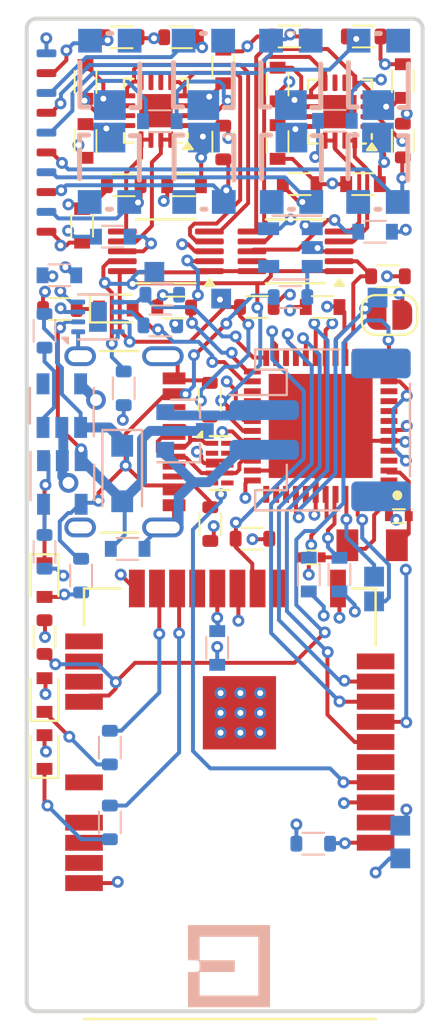
<source format=kicad_pcb>
(kicad_pcb (version 20240108) (generator "pcbnew") (generator_version "8.0")
  (layers (0 "F.Cu" signal) (1 "In1.Cu" signal) (2 "In2.Cu" signal) (31 "B.Cu" signal) (34 "B.Paste" user) (35 "F.Paste" user) (36 "B.SilkS" user "B.Silkscreen") (37 "F.SilkS" user "F.Silkscreen") (38 "B.Mask" user) (39 "F.Mask" user) (44 "Edge.Cuts" user))
  (net 0 "")
  (net 1 "+3.3V")
  (net 2 "Net-(IC2-VDDCORE)")
  (net 3 "+BATT")
  (net 4 "Net-(U7A-+)")
  (net 5 "Net-(U7B-+)")
  (net 6 "Net-(U7C-+)")
  (net 7 "Net-(U7D-+)")
  (net 8 "Net-(U8A-+)")
  (net 9 "Net-(U8C-+)")
  (net 10 "Net-(U8B-+)")
  (net 11 "Net-(U8D-+)")
  (net 12 "Net-(D1-A)")
  (net 13 "Net-(D1-K)")
  (net 14 "VUSB")
  (net 15 "Net-(D3-K)")
  (net 16 "Net-(D4-K)")
  (net 17 "/USB_D+")
  (net 18 "/SCK")
  (net 21 "/USB_D-")
  (net 22 "/microprocessor/XIN")
  (net 23 "/~{ATWINC_IRQ}")
  (net 24 "/~{BATT_ALRT}")
  (net 26 "/MOSI")
  (net 27 "/~{ATWINC_CS}")
  (net 28 "/SWDIO")
  (net 29 "/~{RESET}")
  (net 35 "/ADC_ALERT_2")
  (net 36 "/MISO")
  (net 37 "/ATWINC_RST")
  (net 39 "/ADC_ALERT_1")
  (net 41 "/SCL")
  (net 43 "/ATWINC_CHIP_EN")
  (net 44 "/SDA")
  (net 46 "/SWCLK")
  (net 47 "Net-(U2-CC2)")
  (net 48 "Net-(U2-CC1)")
  (net 49 "Net-(U4-PROG)")
  (net 50 "Net-(U1-QSTRT)")
  (net 51 "Net-(U6-EN)")
  (net 52 "/FSR1")
  (net 53 "/FSR2")
  (net 54 "/FSR3")
  (net 55 "/FSR4")
  (net 56 "/FSR5")
  (net 57 "/FSR7")
  (net 58 "/FSR6")
  (net 59 "/FSR8")
  (net 60 "Net-(U5-GPIO_15)")
  (net 61 "Net-(U5-GPIO_16)")
  (net 64 "Net-(U2-D+-PadA6)")
  (net 65 "Net-(U2-D--PadA7)")
  (net 72 "/adc/AIN0")
  (net 73 "/adc/AIN2")
  (net 74 "/adc/AIN1")
  (net 75 "/adc/AIN3")
  (net 76 "/adc/AIN4")
  (net 77 "/adc/AIN6")
  (net 78 "/adc/AIN7")
  (net 79 "/adc/AIN5")
  (net 87 "Net-(Q2-S)")
  (net 88 "/BATT_LVL_IND")
  (net 89 "Net-(D5-K)")
  (net 98 "+3.3VADC")
  (net 99 "Net-(U11-EN)")
  (net 102 "GNDD")
  (net 103 "/microprocessor/XOUT")
  (net 110 "Net-(U5-SPI_CFG)")
  (net 111 "/peripherals/VDD_CORE")
  (footprint "2_Passives_Resistors_SMD_IPC:R_1608_603_B" (layer "F.Cu") (at 107.7976 100.9396 180)
    (property "Reference" "R14" (hide yes))
    (property "Value" "10M" (hide yes))
  )
  (footprint "2_Passives_Resistors_SMD_IPC:R_1608_603_B" (layer "F.Cu") (at 109.25 119.225 90)
    (property "Reference" "R3" (hide yes))
    (property "Value" "5k1" (hide yes))
  )
  (footprint "2_Passives_Capacitors_SMD_IPC:C_1608_603_B" (layer "F.Cu") (at 116.99 108.35 180)
    (property "Reference" "C16" (hide yes))
    (property "Value" "1uF" (hide yes))
  )
  (footprint "2_Passives_Capacitors_SMD_IPC:C_1608_603_B" (layer "F.Cu") (at 109.9312 102.4128 90)
    (property "Reference" "C13" (hide yes))
    (property "Value" "1uF" (hide yes))
  )
  (footprint "1_Semi_QFN:WQFN-16-1EP_3x3mm_P0.5mm_EP1.68x1.68mm" (layer "F.Cu") (at 115.824 104.6925 180)
    (property "Reference" "U8" (hide yes))
    (property "Value" "TLV9064" (hide yes))
  )
  (footprint "1_Semi_QFN:VSSOP-10_3x3mm_P0.5mm" (layer "F.Cu") (at 107 111.8 180)
    (property "Reference" "U9" (hide yes))
    (property "Value" "ADS1115IDGST" (hide yes))
  )
  (footprint "2_Passives_Resistors_SMD_IPC:R_1608_603_B" (layer "F.Cu") (at 104.902 108.4072 180)
    (property "Reference" "R16" (hide yes))
    (property "Value" "10M" (hide yes))
  )
  (footprint "1_Semi_QFN:WQFN-16-1EP_3x3mm_P0.5mm_EP1.68x1.68mm" (layer "F.Cu") (at 106.5276 104.645 180)
    (property "Reference" "U7" (hide yes))
    (property "Value" "TLV9064" (hide yes))
  )
  (footprint "2_Passives_Capacitors_SMD_IPC:C_1005_402_B" (layer "F.Cu") (at 114.4 127.1778)
    (property "Reference" "C8" (hide yes))
    (property "Value" "22pF" (hide yes))
  )
  (footprint "2_Passives_Resistors_SMD_IPC:R_1608_603_B" (layer "F.Cu") (at 109.275 125.5 90)
    (property "Reference" "R2" (hide yes))
    (property "Value" "5k1" (hide yes))
  )
  (footprint "0_misc:SolderJumper-2_P1.3mm_Open_RoundedPad1.0x1.5mm" (layer "F.Cu") (at 118.325 114.95)
    (property "Reference" "JP1" (hide yes))
    (property "Value" "Jumper_NO_Small" (hide yes))
  )
  (footprint "2_Passives_Resistors_SMD_IPC:R_1608_603_B" (layer "F.Cu") (at 111.4044 126.238)
    (property "Reference" "R11" (hide yes))
    (property "Value" "100k" (hide yes))
  )
  (footprint "2_Passives_Capacitors_SMD_IPC:C_1608_603_B" (layer "F.Cu") (at 114.95 114.55)
    (property "Reference" "C5" (hide yes))
    (property "Value" "0.1u" (hide yes))
  )
  (footprint "2_Passives_Resistors_SMD_IPC:R_1608_603_B" (layer "F.Cu") (at 101.675 114.65 180)
    (property "Reference" "R26" (hide yes))
    (property "Value" "1k" (hide yes))
  )
  (footprint "2_Passives_Capacitors_SMD_IPC:C_1005_402_B" (layer "F.Cu") (at 118.8 125.1)
    (property "Reference" "C2" (hide yes))
    (property "Value" "22pF" (hide yes))
  )
  (footprint "1_Semi_QFN:Diodes_UDFN-10_1.0x2.5mm_P0.5mm" (layer "F.Cu") (at 109.75 122.425)
    (property "Reference" "U3" (hide yes))
    (property "Value" "ESD224DQA" (hide yes))
  )
  (footprint "2_Passives_Capacitors_SMD_IPC:C_1608_603_B" (layer "F.Cu") (at 119 103.15 90)
    (property "Reference" "C18" (hide yes))
    (property "Value" "1uF" (hide yes))
  )
  (footprint "2_Passives_Resistors_SMD_IPC:R_1608_603_B" (layer "F.Cu") (at 119 106.15 90)
    (property "Reference" "R17" (hide yes))
    (property "Value" "10M" (hide yes))
  )
  (footprint "footprint:2-smd" (layer "F.Cu") (at 117.7 126.5682 180)
    (property "Reference" "Y1" (hide yes))
    (property "Value" "32.768khz" (hide yes))
  )
  (footprint "2_Passives_Capacitors_SMD_IPC:C_1608_603_B" (layer "F.Cu") (at 102.9716 103.195 -90)
    (property "Reference" "C14" (hide yes))
    (property "Value" "1uF" (hide yes))
  )
  (footprint "1_Semi_Discrete_Diodes_SMD:D_0603" (layer "F.Cu") (at 104.5 114.625)
    (property "Reference" "D5" (hide yes))
    (property "Value" "LED" (hide yes))
  )
  (footprint "2_Passives_Resistors_SMD_IPC:R_1608_603_B" (layer "F.Cu") (at 109.9312 106.25 90)
    (property "Reference" "R13" (hide yes))
    (property "Value" "10M" (hide yes))
  )
  (footprint "2_Passives_Capacitors_SMD_IPC:C_1608_603_B" (layer "F.Cu") (at 112.6744 106.225 -90)
    (property "Reference" "C19" (hide yes))
    (property "Value" "1uF" (hide yes))
  )
  (footprint "footprint:fsr_connector" (layer "F.Cu") (at 102 107.75)
    (property "Reference" "J8" (hide yes))
    (property "Value" "header_01x10" (hide yes))
  )
  (footprint "2_Passives_Capacitors_SMD_IPC:C_1608_603_B" (layer "F.Cu") (at 112.675 103.325 -90)
    (property "Reference" "C17" (hide yes))
    (property "Value" "1uF" (hide yes))
  )
  (footprint "2_Passives_Resistors_SMD_IPC:R_1608_603_B" (layer "F.Cu") (at 118.25 113 180)
    (property "Reference" "R24" (hide yes))
    (property "Value" "10k" (hide yes))
  )
  (footprint "5_Connectors_misc:USB_C_XKB_U262-16XN-4BVC11" (layer "F.Cu") (at 103.775 121.35 -90)
    (property "Reference" "U2" (hide yes))
    (property "Value" "USB_C_2.0" (hide yes))
  )
  (footprint "footprint:MICROCHIP_ATWINC1500-MR210UB" (layer "F.Cu") (at 110.2614 131.4196 180)
    (property "Reference" "U5" (hide yes))
    (property "Value" "ATWINC1500-MR210UB" (hide yes))
  )
  (footprint "2_Passives_Resistors_SMD_IPC:R_1608_603_B" (layer "F.Cu") (at 100.9 131.2 90)
    (property "Reference" "R12" (hide yes))
    (property "Value" "100k" (hide yes))
  )
  (footprint "1_Semi_Discrete_Diodes_SMD:D_0603" (layer "F.Cu") (at 100.9 137 90)
    (property "Reference" "D3" (hide yes))
    (property "Value" "LED" (hide yes))
  )
  (footprint "1_Semi_Discrete_Diodes_SMD:D_0603" (layer "F.Cu") (at 100.9 134.125 90)
    (property "Reference" "D4" (hide yes))
    (property "Value" "LED" (hide yes))
  )
  (footprint "1_Semi_Discrete_Diodes_SMD:D_0603" (layer "F.Cu") (at 100.9 128.325 -90)
    (property "Reference" "D1" (hide yes))
    (property "Value" "LED" (hide yes))
  )
  (footprint "2_Passives_Resistors_SMD_IPC:R_1608_603_B" (layer "F.Cu") (at 117.025 100.9)
    (property "Reference" "R19" (hide yes))
    (property "Value" "10M" (hide yes))
  )
  (footprint "2_Passives_Capacitors_SMD_IPC:C_1608_603_B" (layer "F.Cu") (at 102.9716 106.172 -90)
    (property "Reference" "C15" (hide yes))
    (property "Value" "1uF" (hide yes))
  )
  (footprint "2_Passives_Resistors_SMD_IPC:R_1608_603_B" (layer "F.Cu") (at 113.79 108.35)
    (property "Reference" "R20" (hide yes))
    (property "Value" "10M" (hide yes))
  )
  (footprint "1_Semi_QFN:QFN50P700X700X90-49N-D" (layer "F.Cu") (at 114.85 120.55 180)
    (property "Reference" "IC2" (hide yes))
    (property "Value" "ATSAMD21G18A-MUT" (hide yes))
  )
  (footprint "2_Passives_Capacitors_SMD_IPC:C_1608_603_B" (layer "F.Cu") (at 102.8 110.45 90)
    (property "Reference" "C20" (hide yes))
    (property "Value" "100nF" (hide yes))
  )
  (footprint "2_Passives_Resistors_SMD_IPC:R_1608_603_B" (layer "F.Cu") (at 111.625 114.55 180)
    (property "Reference" "R7" (hide yes))
    (property "Value" "4k7" (hide yes))
  )
  (footprint "2_Passives_Resistors_SMD_IPC:R_1608_603_B" (layer "F.Cu") (at 113.275 100.9 180)
    (property "Reference" "R18" (hide yes))
    (property "Value" "10M" (hide yes))
  )
  (footprint "2_Passives_Resistors_SMD_IPC:R_1608_603_B" (layer "F.Cu") (at 107.45 114.575)
    (property "Reference" "R23" (hide yes))
    (property "Value" "10k" (hide yes))
  )
  (footprint "2_Passives_Capacitors_SMD_IPC:C_1608_603_B" (layer "F.Cu") (at 107.95 108.4072 180)
    (property "Reference" "C10" (hide yes))
    (property "Value" "1uF" (hide yes))
  )
  (footprint "2_Passives_Resistors_SMD_IPC:R_1608_603_B" (layer "F.Cu") (at 104.8 100.9396)
    (property "Reference" "R15" (hide yes))
    (property "Value" "10M" (hide yes))
  )
  (footprint "1_Semi_QFN:VSSOP-10_3x3mm_P0.5mm" (layer "F.Cu") (at 113.55 111.8 180)
    (property "Reference" "U10" (hide yes))
    (property "Value" "ADS1115IDGST" (hide yes))
  )
  (footprint "footprint:potentiometer" (layer "B.Cu") (at 117.7544 102.7176 90)
    (property "Reference" "RV7" (hide yes))
    (property "Value" "10k" (hide yes))
  )
  (footprint "0_misc:test_point_1.0mm_square" (layer "B.Cu") (at 117.55 128.15)
    (property "Reference" "J4" (hide yes))
    (property "Value" "TEST_1P" (hide yes))
  )
  (footprint "0_misc:test_point_1.0mm_square" (layer "B.Cu") (at 118.872 142.367)
    (property "Reference" "J6" (hide yes))
    (property "Value" "TEST_1P" (hide yes))
  )
  (footprint "footprint:potentiometer" (layer "B.Cu") (at 108.966 107.6452 -90)
    (property "Reference" "RV1" (hide yes))
    (property "Value" "10k" (hide yes))
  )
  (footprint "2_Passives_Capacitors_SMD_IPC:C_1608_603_B" (layer "B.Cu") (at 117.6 110.75)
    (property "Reference" "C21" (hide yes))
    (property "Value" "100nF" (hide yes))
  )
  (footprint "1_Semi_QFN:DFN-8-1EP_2x2mm_P0.5mm_EP0.9x1.5mm" (layer "B.Cu") (at 103.6 115.05)
    (property "Reference" "U1" (hide yes))
    (property "Value" "MAX17048 " (hide yes))
  )
  (footprint "1_Semi_TO_SOT:SOT-23" (layer "B.Cu") (at 108 120.8)
    (property "Reference" "Q2" (hide yes))
    (property "Value" "Q_PMOS_GSD" (hide yes))
  )
  (footprint "5_Connectors_JST:JST_PH_S2B-PH-SM4-TB_1x02-1MP_P2.00mm_Horizontal" (layer "B.Cu") (at 114.85 120.75 -90)
    (property "Reference" "J1" (hide yes))
    (property "Value" "CONN_01X02_MALE" (hide yes))
  )
  (footprint "footprint:potentiometer" (layer "B.Cu") (at 117.7544 107.6452 -90)
    (property "Reference" "RV5" (hide yes))
    (property "Value" "10k" (hide yes))
  )
  (footprint "footprint:biomech" (layer "B.Cu") (at 110.0074 147.760267 180)
    (property "Reference" "G***" (hide yes))
    (property "Value" "LOGO" (hide yes))
  )
  (footprint "2_Passives_Capacitors_SMD_IPC:C_1608_603_B" (layer "B.Cu") (at 114.25 128.05 -90)
    (property "Reference" "C6" (hide yes))
    (property "Value" "1u" (hide yes))
  )
  (footprint "2_Passives_Capacitors_SMD_IPC:C_1608_603_B" (layer "B.Cu") (at 115.8 128.05 90)
    (property "Reference" "C1" (hide yes))
    (property "Value" "0.1u" (hide yes))
  )
  (footprint "0_misc:test_point_1.0mm_square" (layer "B.Cu") (at 109.825 114.125 180)
    (property "Reference" "J9" (hide yes))
    (property "Value" "TEST_1P" (hide yes))
  )
  (footprint "footprint:potentiometer" (layer "B.Cu") (at 104.1908 102.7176 90)
    (property "Reference" "RV3" (hide yes))
    (property "Value" "10k" (hide yes))
  )
  (footprint "2_Passives_Resistors_SMD_IPC:R_1608_603_B" (layer "B.Cu") (at 100.9 126.9 -90)
    (property "Reference" "R5" (hide yes))
    (property "Value" "4k7" (hide yes))
  )
  (footprint "0_misc:test_point_1.0mm_square" (layer "B.Cu") (at 117.725 114.075)
    (property "Reference" "J5" (hide yes))
    (property "Value" "TEST_1P" (hide yes))
  )
  (footprint "2_Passives_Capacitors_SMD_IPC:C_1608_603_B" (layer "B.Cu") (at 115.57 105.156)
    (property "Reference" "C9" (hide yes))
    (property "Value" "100nF" (hide yes))
  )
  (footprint "1_Semi_TO_SOT:SOT-23-5" (layer "B.Cu") (at 113.325 111.55 180)
    (property "Reference" "U11" (hide yes))
    (property "Value" "AP2112K-3V_SOT-25" (hide yes))
  )
  (footprint "2_Passives_Resistors_SMD_IPC:R_1608_603_B" (layer "B.Cu") (at 114.475 141.625)
    (property "Reference" "R1" (hide yes))
    (property "Value" "100k" (hide yes))
  )
  (footprint "2_Passives_Capacitors_SMD_IPC:C_1608_603_B" (layer "B.Cu") (at 106.725 105.175 180)
    (property "Reference" "C22" (hide yes))
    (property "Value" "100nF" (hide yes))
  )
  (footprint "1_Semi_TO_SOT:SOT-23-5" (layer "B.Cu") (at 101.775 119.525 90)
    (property "Reference" "U6" (hide yes))
    (property "Value" "AP2112K-3V_SOT-25" (hide yes))
  )
  (footprint "2_Passives_Resistors_SMD_IPC:R_1608_603_B" (layer "B.Cu") (at 102.75 128.1 -90)
    (property "Reference" "R4" (hide yes))
    (property "Value" "1k" (hide yes))
  )
  (footprint "1_Semi_Discrete_Diodes_SMD:D_SOD-123F" (layer "B.Cu") (at 104.825 122.95 -90)
    (property "Reference" "D6" (hide yes))
    (property "Value" "PMEG1030EH" (hide yes))
  )
  (footprint "2_Passives_Capacitors_SMD_IPC:C_1608_603_B" (layer "B.Cu") (at 109.625 131.75 90)
    (property "Reference" "C3" (hide yes))
    (property "Value" "10uF" (hide yes))
  )
  (footprint "2_Passives_Resistors_SMD_IPC:R_1608_603_B" (layer "B.Cu") (at 100.9 115.75 90)
    (property "Reference" "R9" (hide yes))
    (property "Value" "1k" (hide yes))
  )
  (footprint "2_Passives_Resistors_SMD_IPC:R_1608_603_B" (layer "B.Cu") (at 106.75 115.475)
    (property "Reference" "R8" (hide yes))
    (property "Value" "10k" (hide yes))
  )
  (footprint "2_Passives_Resistors_SMD_IPC:R_1608_603_B" (layer "B.Cu") (at 104.9 118.65 90)
    (property "Reference" "R6" (hide yes))
    (property "Value" "4k7" (hide yes))
  )
  (footprint "2_Passives_Resistors_SMD_IPC:R_1608_603_B" (layer "B.Cu") (at 113.325 114.05 180)
    (property "Reference" "R27" (hide yes))
    (property "Value" "1k" (hide yes))
  )
  (footprint "0_misc:test_point_1.0mm_square" (layer "B.Cu") (at 118.872 140.716)
    (property "Reference" "J7" (hide yes))
    (property "Value" "TEST_1P" (hide yes))
  )
  (footprint "0_misc:test_point_1.0mm_square" (layer "B.Cu") (at 106.45 112.775 180)
    (property "Reference" "J3" (hide yes))
    (property "Value" "TEST_1P" (hide yes))
  )
  (footprint "footprint:potentiometer" (layer "B.Cu") (at 113.3348 102.7176 90)
    (property "Reference" "RV6" (hide yes))
    (property "Value" "10k" (hide yes))
  )
  (footprint "footprint:potentiometer" (layer "B.Cu") (at 108.9152 102.7176 90)
    (property "Reference" "RV2" (hide yes))
    (property "Value" "10k" (hide yes))
  )
  (footprint "1_Semi_TO_SOT:SOT-23-5" (layer "B.Cu") (at 101.8 123.4 -90)
    (property "Reference" "U4" (hide yes))
    (property "Value" "MCP73831" (hide yes))
  )
  (footprint "2_Passives_Capacitors_SMD_IPC:C_1608_603_B" (layer "B.Cu") (at 105.1 126.75)
    (property "Reference" "C7" (hide yes))
    (property "Value" "10uF" (hide yes))
  )
  (footprint "2_Passives_Resistors_SMD_IPC:R_1608_603_B" (layer "B.Cu") (at 104.2 136.775 90)
    (property "Reference" "R25" (hide yes))
    (property "Value" "1k" (hide yes))
  )
  (footprint "2_Passives_Resistors_SMD_IPC:R_1608_603_B" (layer "B.Cu") (at 104.2 140.55 90)
    (property "Reference" "R22" (hide yes))
    (property "Value" "1k" (hide yes))
  )
  (footprint "2_Passives_Resistors_SMD_IPC:R_1608_603_B" (layer "B.Cu") (at 106.85 113.925 180)
    (property "Reference" "R10" (hide yes))
    (property "Value" "10k" (hide yes))
  )
  (footprint "footprint:potentiometer" (layer "B.Cu") (at 104.1908 107.6452 -90)
    (property "Reference" "RV4" (hide yes))
    (property "Value" "10k" (hide yes))
  )
  (footprint "footprint:potentiometer" (layer "B.Cu") (at 113.3856 107.6452 -90)
    (property "Reference" "RV8" (hide yes))
    (property "Value" "10k" (hide yes))
  )
  (footprint "2_Passives_Capacitors_SMD_IPC:C_1608_603_B" (layer "B.Cu") (at 101.65 112.95 180)
    (property "Reference" "C11" (hide yes))
    (property "Value" "10uF" (hide yes))
  )
  (footprint "2_Passives_Capacitors_SMD_IPC:C_1608_603_B" (layer "B.Cu") (at 104.35 111 180)
    (property "Reference" "C23" (hide yes))
    (property "Value" "10uF" (hide yes))
  )
  (footprint "0_misc:test_point_1.0mm_square" (layer "B.Cu") (at 117.55 129.4)
    (property "Reference" "J2" (hide yes))
    (property "Value" "TEST_1P" (hide yes))
  )
  (gr_arc (start 100.5 150.08) (mid 100.146447 149.933553) (end 100 149.58) (stroke (width 0.2)) (layer "Edge.Cuts"))
  (gr_line (start 120 100.5) (end 120 149.58) (stroke (width 0.2)) (layer "Edge.Cuts"))
  (gr_line (start 100.5 100) (end 119.5 100) (stroke (width 0.2)) (layer "Edge.Cuts"))
  (gr_arc (start 100 100.5) (mid 100.146447 100.146447) (end 100.5 100) (stroke (width 0.2)) (layer "Edge.Cuts"))
  (gr_arc (start 119.5 100) (mid 119.853553 100.146447) (end 120 100.5) (stroke (width 0.2)) (layer "Edge.Cuts"))
  (gr_line (start 119.5 150.08) (end 100.5 150.08) (stroke (width 0.2)) (layer "Edge.Cuts"))
  (gr_line (start 100 149.58) (end 100 100.5) (stroke (width 0.2)) (layer "Edge.Cuts"))
  (gr_arc (start 120 149.58) (mid 119.853553 149.933553) (end 119.5 150.08) (stroke (width 0.2)) (layer "Edge.Cuts"))
  (segment (start 116.05 114.8) (end 116.05 115.725) (width 0.2) (layer "F.Cu") (net 1))
  (segment (start 113.05 113.925) (end 112.475 114.5) (width 0.2) (layer "F.Cu") (net 1))
  (segment (start 115.219998 126.2) (end 115.219998 125.805002) (width 0.2) (layer "F.Cu") (net 1))
  (segment (start 119.2 120.5484) (end 119.2 120.730268) (width 0.2) (layer "F.Cu") (net 1))
  (segment (start 106.6 114.575) (end 106.6 114.225) (width 0.2) (layer "F.Cu") (net 1))
  (segment (start 115.8 114.55) (end 116.05 114.8) (width 0.2) (layer "F.Cu") (net 1))
  (segment (start 115.175002 114.5286) (end 115.7786 114.5286) (width 0.2) (layer "F.Cu") (net 1))
  (segment (start 110.6932 128.7964) (end 110.6932 130.3782) (width 0.2) (layer "F.Cu") (net 1))
  (segment (start 113.3 113.925) (end 113.05 113.925) (width 0.2) (layer "F.Cu") (net 1))
  (segment (start 115.219998 125.805002) (end 115.55 125.475) (width 0.2) (layer "F.Cu") (net 1))
  (segment (start 100.95 133.325) (end 100.9 133.275) (width 0.2) (layer "F.Cu") (net 1))
  (segment (start 115.55 125.475) (end 115.55 124.05) (width 0.2) (layer "F.Cu") (net 1))
  (segment (start 115.625 116.15) (end 115.625 117.05) (width 0.2) (layer "F.Cu") (net 1))
  (segment (start 110.6464 128.7496) (end 110.6932 128.7964) (width 0.2) (layer "F.Cu") (net 1))
  (segment (start 115.55 124.05) (end 115.6 124) (width 0.2) (layer "F.Cu") (net 1))
  (segment (start 111.0488 124.1806) (end 111.0488 123.4512) (width 0.2) (layer "F.Cu") (net 1))
  (segment (start 115.7786 114.5286) (end 115.8 114.55) (width 0.2) (layer "F.Cu") (net 1))
  (segment (start 119.178668 120.7516) (end 118.3484 120.7516) (width 0.2) (layer "F.Cu") (net 1))
  (segment (start 111.2 123.3) (end 111.4 123.3) (width 0.2) (layer "F.Cu") (net 1))
  (segment (start 115.7986 130.2258) (end 115.7986 128.8218) (width 0.2) (layer "F.Cu") (net 1))
  (segment (start 111.0488 123.4512) (end 111.2 123.3) (width 0.2) (layer "F.Cu") (net 1))
  (segment (start 116.05 115.725) (end 115.625 116.15) (width 0.2) (layer "F.Cu") (net 1))
  (segment (start 115.7986 128.8218) (end 115.7264 128.7496) (width 0.2) (layer "F.Cu") (net 1))
  (segment (start 100.975 136.975) (end 100.9 136.9) (width 0.2) (layer "F.Cu") (net 1))
  (segment (start 119.1 113) (end 118.2 113) (width 0.2) (layer "F.Cu") (net 1))
  (segment (start 106.6 114.225) (end 106.875 113.95) (width 0.2) (layer "F.Cu") (net 1))
  (segment (start 112.475 114.5) (end 112.475 114.55) (width 0.2) (layer "F.Cu") (net 1))
  (segment (start 100.95 134.075) (end 100.95 133.325) (width 0.2) (layer "F.Cu") (net 1))
  (segment (start 119.2 120.730268) (end 119.178668 120.7516) (width 0.2) (layer "F.Cu") (net 1))
  (segment (start 100.9 136.9) (end 100.9 136.15) (width 0.2) (layer "F.Cu") (net 1))
  (segment (start 118.3484 120.7516) (end 118.3 120.8) (width 0.2) (layer "F.Cu") (net 1))
  (via (at 113.3 113.925) (size 0.6) (drill 0.3) (layers "F.Cu" "B.Cu") (net 1))
  (via (at 104.856066 120.245405) (size 0.6) (drill 0.3) (layers "F.Cu" "B.Cu") (net 1))
  (via (at 115.7986 130.2258) (size 0.6) (drill 0.3) (layers "F.Cu" "B.Cu") (net 1))
  (via (at 115.175002 114.5286) (size 0.6) (drill 0.3) (layers "F.Cu" "B.Cu") (net 1))
  (via (at 111.0488 124.1806) (size 0.6) (drill 0.3) (layers "F.Cu" "B.Cu") (net 1))
  (via (at 113.625 140.65) (size 0.6) (drill 0.3) (layers "F.Cu" "B.Cu") (net 1))
  (via (at 103.50138 119.240358) (size 1) (drill 0.6) (layers "F.Cu" "B.Cu") (net 1))
  (via (at 119.180002 139.9) (size 0.6) (drill 0.3) (layers "F.Cu" "B.Cu") (net 1))
  (via (at 100.95 134.075) (size 0.6) (drill 0.3) (layers "F.Cu" "B.Cu") (net 1))
  (via (at 101.712777 114.611306) (size 0.6) (drill 0.3) (layers "F.Cu" "B.Cu") (net 1))
  (via (at 100.975 136.975) (size 0.6) (drill 0.3) (layers "F.Cu" "B.Cu") (net 1))
  (via (at 110.6932 130.3782) (size 0.6) (drill 0.3) (layers "F.Cu" "B.Cu") (net 1))
  (via (at 106.875 113.95) (size 0.6) (drill 0.3) (layers "F.Cu" "B.Cu") (net 1))
  (via (at 118.2 113) (size 0.6) (drill 0.3) (layers "F.Cu" "B.Cu") (net 1))
  (via (at 101.955388 112.541229) (size 0.6) (drill 0.3) (layers "F.Cu" "B.Cu") (net 1))
  (via (at 119.2 120.5484) (size 0.6) (drill 0.3) (layers "F.Cu" "B.Cu") (net 1))
  (via (at 115.219998 126.2) (size 0.6) (drill 0.3) (layers "F.Cu" "B.Cu") (net 1))
  (segment (start 106.875 113.95) (end 107.475 113.95) (width 0.2) (layer "B.Cu") (net 1))
  (segment (start 104.9 120.201471) (end 104.856066 120.245405) (width 0.2) (layer "B.Cu") (net 1))
  (segment (start 104.9 119.5) (end 104.9 120.201471) (width 0.2) (layer "B.Cu") (net 1))
  (segment (start 118.872 140.716) (end 118.959 140.716) (width 0.2) (layer "B.Cu") (net 1))
  (segment (start 119.180002 140.494998) (end 119.180002 139.9) (width 0.2) (layer "B.Cu") (net 1))
  (segment (start 118.959 140.716) (end 119.180002 140.494998) (width 0.2) (layer "B.Cu") (net 1))
  (segment (start 102.725 118.425) (end 102.725 118.463978) (width 0.5) (layer "B.Cu") (net 1))
  (segment (start 102.725 118.463978) (end 103.50138 119.240358) (width 0.5) (layer "B.Cu") (net 1))
  (segment (start 115.75 127.2) (end 115.8 127.2) (width 0.2) (layer "B.Cu") (net 1))
  (segment (start 115.219998 126.669998) (end 115.75 127.2) (width 0.2) (layer "B.Cu") (net 1))
  (segment (start 102.364159 112.95) (end 101.955388 112.541229) (width 0.2) (layer "B.Cu") (net 1))
  (segment (start 113.625 141.625) (end 113.625 140.65) (width 0.2) (layer "B.Cu") (net 1))
  (segment (start 101.712777 114.611306) (end 101.901471 114.8) (width 0.2) (layer "B.Cu") (net 1))
  (segment (start 102.5 112.95) (end 102.364159 112.95) (width 0.2) (layer "B.Cu") (net 1))
  (segment (start 101.901471 114.8) (end 102.6 114.8) (width 0.2) (layer "B.Cu") (net 1))
  (segment (start 115.219998 126.2) (end 115.219998 126.669998) (width 0.2) (layer "B.Cu") (net 1))
  (segment (start 107.475 113.95) (end 107.65 114.125) (width 0.2) (layer "B.Cu") (net 1))
  (segment (start 114.375 126.075) (end 115.15 125.3) (width 0.2) (layer "F.Cu") (net 2))
  (segment (start 114.375 126.55) (end 114.375 126.075) (width 0.2) (layer "F.Cu") (net 2))
  (segment (start 115.15 124.05) (end 115.1 124) (width 0.2) (layer "F.Cu") (net 2))
  (segment (start 115.15 125.3) (end 115.15 124.05) (width 0.2) (layer "F.Cu") (net 2))
  (via (at 114.375 126.55) (size 0.6) (drill 0.3) (layers "F.Cu" "B.Cu") (net 2))
  (segment (start 114.25 126.675) (end 114.25 127.2) (width 0.2) (layer "B.Cu") (net 2))
  (segment (start 114.375 126.55) (end 114.25 126.675) (width 0.2) (layer "B.Cu") (net 2))
  (segment (start 101.575 115.700821) (end 101.687175 115.588646) (width 0.2) (layer "F.Cu") (net 3))
  (segment (start 101.575 120.55) (end 101.575 115.700821) (width 0.2) (layer "F.Cu") (net 3))
  (segment (start 102.75 121.725) (end 101.575 120.55) (width 0.2) (layer "F.Cu") (net 3))
  (via (at 101.687175 115.588646) (size 0.6) (drill 0.3) (layers "F.Cu" "B.Cu") (net 3))
  (via (at 102.75 121.725) (size 0.6) (drill 0.3) (layers "F.Cu" "B.Cu") (net 3))
  (segment (start 102.75 122.3) (end 102.825 122.3) (width 0.5) (layer "B.Cu") (net 3))
  (segment (start 104.95 126.05) (end 104.95 124.5) (width 0.2) (layer "B.Cu") (net 3))
  (segment (start 101.975821 115.3) (end 102.6 115.3) (width 0.2) (layer "B.Cu") (net 3))
  (segment (start 104.775 124.25) (end 104.95 124.25) (width 0.5) (layer "B.Cu") (net 3))
  (segment (start 102.75 121.725) (end 102.75 122.3) (width 0.2) (layer "B.Cu") (net 3))
  (segment (start 105.825 121.2) (end 106.225 120.8) (width 0.5) (layer "B.Cu") (net 3))
  (segment (start 106.225 120.8) (end 109 120.8) (width 0.5) (layer "B.Cu") (net 3))
  (segment (start 102.825 122.3) (end 104.775 124.25) (width 0.5) (layer "B.Cu") (net 3))
  (segment (start 105.825 123.35) (end 105.825 121.2) (width 0.5) (layer "B.Cu") (net 3))
  (segment (start 104.25 126.75) (end 104.95 126.05) (width 0.2) (layer "B.Cu") (net 3))
  (segment (start 101.687175 115.588646) (end 101.975821 115.3) (width 0.2) (layer "B.Cu") (net 3))
  (segment (start 104.825 124.35) (end 105.825 123.35) (width 0.5) (layer "B.Cu") (net 3))
  (segment (start 108.8136 107.0072) (end 108.8136 108.3936) (width 0.2) (layer "F.Cu") (net 4))
  (segment (start 107.9851 105.395) (end 108.345 105.395) (width 0.2) (layer "F.Cu") (net 4))
  (segment (start 108.345 105.395) (end 108.9 105.95) (width 0.2) (layer "F.Cu") (net 4))
  (segment (start 108.8136 108.3936) (end 108.8 108.4072) (width 0.2) (layer "F.Cu") (net 4))
  (via (at 108.8136 107.0072) (size 0.6) (drill 0.3) (layers "F.Cu" "B.Cu") (net 4))
  (via (at 108.9 105.95) (size 0.6) (drill 0.3) (layers "F.Cu" "B.Cu") (net 4))
  (segment (start 109.22 106.6008) (end 109.22 106.2736) (width 0.2) (layer "B.Cu") (net 4))
  (segment (start 108.8136 107.0072) (end 109.22 106.6008) (width 0.2) (layer "B.Cu") (net 4))
  (segment (start 109.258059 103.935941) (end 109.9312 103.2628) (width 0.2) (layer "F.Cu") (net 5))
  (segment (start 108.7618 104.395) (end 109.220859 103.935941) (width 0.2) (layer "F.Cu") (net 5))
  (segment (start 109.220859 103.935941) (end 109.179918 103.895) (width 0.2) (layer "F.Cu") (net 5))
  (segment (start 107.9851 104.395) (end 108.7618 104.395) (width 0.2) (layer "F.Cu") (net 5))
  (segment (start 109.220859 103.935941) (end 109.258059 103.935941) (width 0.2) (layer "F.Cu") (net 5))
  (via (at 109.220859 103.935941) (size 0.6) (drill 0.3) (layers "F.Cu" "B.Cu") (net 5))
  (segment (start 105.0701 104.395) (end 104.228021 104.395) (width 0.2) (layer "F.Cu") (net 6))
  (segment (start 104.228021 104.395) (end 103.871602 104.038581) (width 0.2) (layer "F.Cu") (net 6))
  (segment (start 103.871602 103.245002) (end 102.9716 102.345) (width 0.2) (layer "F.Cu") (net 6))
  (segment (start 103.871602 104.038581) (end 103.871602 103.245002) (width 0.2) (layer "F.Cu") (net 6))
  (via (at 103.871602 104.038581) (size 0.6) (drill 0.3) (layers "F.Cu" "B.Cu") (net 6))
  (segment (start 103.871602 104.038581) (end 104.394181 104.038581) (width 0.2) (layer "B.Cu") (net 6))
  (segment (start 104.394181 104.038581) (end 104.5972 104.2416) (width 0.2) (layer "B.Cu") (net 6))
  (segment (start 103.256602 105.542602) (end 103.1748 105.4608) (width 0.2) (layer "F.Cu") (net 7))
  (segment (start 104.025 105.542602) (end 103.256602 105.542602) (width 0.2) (layer "F.Cu") (net 7))
  (segment (start 104.172602 105.395) (end 105.0701 105.395) (width 0.2) (layer "F.Cu") (net 7))
  (segment (start 104.025 105.542602) (end 104.172602 105.395) (width 0.2) (layer "F.Cu") (net 7))
  (via (at 104.025 105.542602) (size 0.6) (drill 0.3) (layers "F.Cu" "B.Cu") (net 7))
  (segment (start 104.025 105.8444) (end 104.1808 106.0002) (width 0.2) (layer "B.Cu") (net 7))
  (segment (start 104.025 105.542602) (end 104.025 105.8444) (width 0.2) (layer "B.Cu") (net 7))
  (segment (start 117.2815 105.4425) (end 117.2815 106.0565) (width 0.2) (layer "F.Cu") (net 8))
  (segment (start 118.0592 106.8342) (end 118.0592 107.2388) (width 0.2) (layer "F.Cu") (net 8))
  (segment (start 118.0592 107.2388) (end 117.84 107.458) (width 0.2) (layer "F.Cu") (net 8))
  (segment (start 117.84 107.458) (end 117.84 108.35) (width 0.2) (layer "F.Cu") (net 8))
  (segment (start 117.2815 106.0565) (end 118.0592 106.8342) (width 0.2) (layer "F.Cu") (net 8))
  (via (at 118.0592 107.2388) (size 0.6) (drill 0.3) (layers "F.Cu" "B.Cu") (net 8))
  (segment (start 117.9068 107.0864) (end 117.9068 105.9688) (width 0.2) (layer "B.Cu") (net 8))
  (segment (start 118.0592 107.2388) (end 117.9068 107.0864) (width 0.2) (layer "B.Cu") (net 8))
  (segment (start 113.868403 104.4425) (end 114.3665 104.4425) (width 0.2) (layer "F.Cu") (net 9))
  (segment (start 113.528831 104.102928) (end 113.528831 103.947279) (width 0.2) (layer "F.Cu") (net 9))
  (segment (start 113.869154 102.934069) (end 113.410085 102.475) (width 0.2) (layer "F.Cu") (net 9))
  (segment (start 113.528831 104.102928) (end 113.868403 104.4425) (width 0.2) (layer "F.Cu") (net 9))
  (segment (start 113.869154 103.606956) (end 113.869154 102.934069) (width 0.2) (layer "F.Cu") (net 9))
  (segment (start 113.410085 102.475) (end 112.675 102.475) (width 0.2) (layer "F.Cu") (net 9))
  (segment (start 113.528831 103.947279) (end 113.869154 103.606956) (width 0.2) (layer "F.Cu") (net 9))
  (via (at 113.528831 104.102928) (size 0.6) (drill 0.3) (layers "F.Cu" "B.Cu") (net 9))
  (segment (start 118.4325 104.4425) (end 118.1585 104.4425) (width 0.2) (layer "F.Cu") (net 10))
  (segment (start 119 104) (end 118.875 104) (width 0.2) (layer "F.Cu") (net 10))
  (segment (start 118.875 104) (end 118.4325 104.4425) (width 0.2) (layer "F.Cu") (net 10))
  (segment (start 118.1585 104.4425) (end 117.2815 104.4425) (width 0.2) (layer "F.Cu") (net 10))
  (via (at 118.1585 104.4425) (size 0.6) (drill 0.3) (layers "F.Cu" "B.Cu") (net 10))
  (segment (start 113.7075 105.4425) (end 114.3665 105.4425) (width 0.2) (layer "F.Cu") (net 11))
  (segment (start 113.575 105.575) (end 112.8744 105.575) (width 0.2) (layer "F.Cu") (net 11))
  (segment (start 112.8744 105.575) (end 112.6744 105.375) (width 0.2) (layer "F.Cu") (net 11))
  (segment (start 113.575 105.575) (end 113.7075 105.4425) (width 0.2) (layer "F.Cu") (net 11))
  (via (at 113.575 105.575) (size 0.6) (drill 0.3) (layers "F.Cu" "B.Cu") (net 11))
  (segment (start 113.575 105.575) (end 113.575 105.6778) (width 0.2) (layer "B.Cu") (net 11))
  (segment (start 113.575 105.6778) (end 113.284 105.9688) (width 0.2) (layer "B.Cu") (net 11))
  (segment (start 100.9 129.175) (end 101.775 129.175) (width 0.2) (layer "F.Cu") (net 12))
  (segment (start 101.775 129.175) (end 101.9 129.05) (width 0.2) (layer "F.Cu") (net 12))
  (via (at 101.9 129.05) (size 0.6) (drill 0.3) (layers "F.Cu" "B.Cu") (net 12))
  (segment (start 102.65 129.05) (end 102.7 129) (width 0.2) (layer "B.Cu") (net 12))
  (segment (start 101.9 129.05) (end 102.65 129.05) (width 0.2) (layer "B.Cu") (net 12))
  (segment (start 100.95 123.525) (end 100.9 123.575) (width 0.2) (layer "F.Cu") (net 13))
  (segment (start 100.9 123.575) (end 100.9 127.475) (width 0.2) (layer "F.Cu") (net 13))
  (via (at 100.95 123.525) (size 0.6) (drill 0.3) (layers "F.Cu" "B.Cu") (net 13))
  (segment (start 100.95 123.525) (end 101.1 123.375) (width 0.2) (layer "B.Cu") (net 13))
  (segment (start 101.1 123.375) (end 101.1 122) (width 0.2) (layer "B.Cu") (net 13))
  (segment (start 108.498013 116.974193) (end 110.085368 115.386838) (width 0.2) (layer "F.Cu") (net 14))
  (segment (start 105 122.55) (end 105 120.95) (width 0.2) (layer "F.Cu") (net 14))
  (segment (start 103.625 123.925) (end 105 122.55) (width 0.2) (layer "F.Cu") (net 14))
  (segment (start 106.9 119.05) (end 107.925 119.05) (width 0.2) (layer "F.Cu") (net 14))
  (segment (start 108.449193 116.974193) (end 108.498013 116.974193) (width 0.2) (layer "F.Cu") (net 14))
  (segment (start 108.025 118.95) (end 107.875 118.8) (width 0.2) (layer "F.Cu") (net 14))
  (segment (start 107.875 118.8) (end 107.445 118.8) (width 0.2) (layer "F.Cu") (net 14))
  (segment (start 107.395 123.55) (end 107.445 123.6) (width 0.2) (layer "F.Cu") (net 14))
  (segment (start 103.625 124.325) (end 103.625 123.925) (width 0.2) (layer "F.Cu") (net 14))
  (segment (start 106 123.55) (end 107.395 123.55) (width 0.2) (layer "F.Cu") (net 14))
  (segment (start 105 122.55) (end 106 123.55) (width 0.2) (layer "F.Cu") (net 14))
  (segment (start 105 120.95) (end 106.9 119.05) (width 0.2) (layer "F.Cu") (net 14))
  (via (at 105 122.55) (size 0.6) (drill 0.3) (layers "F.Cu" "B.Cu") (net 14))
  (via (at 103.625 124.325) (size 0.6) (drill 0.3) (layers "F.Cu" "B.Cu") (net 14))
  (via (at 110.085368 115.386838) (size 0.6) (drill 0.3) (layers "F.Cu" "B.Cu") (net 14))
  (via (at 108.449193 116.974193) (size 0.6) (drill 0.3) (layers "F.Cu" "B.Cu") (net 14))
  (via (at 108.025 118.95) (size 0.6) (drill 0.3) (layers "F.Cu" "B.Cu") (net 14))
  (via (at 114.081528 110.431528) (size 0.6) (drill 0.3) (layers "F.Cu" "B.Cu") (net 14))
  (segment (start 100.875 115.625) (end 100.875 114.975) (width 0.2) (layer "B.Cu") (net 14))
  (segment (start 108.449193 118.525807) (end 108.025 118.95) (width 0.2) (layer "B.Cu") (net 14))
  (segment (start 101.78 118.95) (end 101.78 117.614314) (width 0.2) (layer "B.Cu") (net 14))
  (segment (start 101.67 125.367624) (end 102.097624 124.94) (width 0.2) (layer "B.Cu") (net 14))
  (segment (start 108.449193 116.974193) (end 108.449193 118.525807) (width 0.2) (layer "B.Cu") (net 14))
  (segment (start 101.53 116.28) (end 100.875 115.625) (width 0.2) (layer "B.Cu") (net 14))
  (segment (start 102.235 124.94) (end 102.7 124.475) (width 0.2) (layer "B.Cu") (net 14))
  (segment (start 103.525 124.425) (end 102.85 124.425) (width 0.2) (layer "B.Cu") (net 14))
  (segment (start 102.75 127.25) (end 102.6 127.25) (width 0.2) (layer "B.Cu") (net 14))
  (segment (start 102.6 127.25) (end 101.67 126.32) (width 0.2) (layer "B.Cu") (net 14))
  (segment (start 101.67 126.32) (end 101.67 125.367624) (width 0.2) (layer "B.Cu") (net 14))
  (segment (start 104.175 120.625) (end 105.05 121.5) (width 0.5) (layer "B.Cu") (net 14))
  (segment (start 102.725 120.625) (end 104.175 120.625) (width 0.5) (layer "B.Cu") (net 14))
  (segment (start 103.625 124.325) (end 103.525 124.425) (width 0.2) (layer "B.Cu") (net 14))
  (segment (start 110.085368 115.291103) (end 111.401471 113.975) (width 0.2) (layer "B.Cu") (net 14))
  (segment (start 105 122.55) (end 105.075 122.475) (width 0.2) (layer "B.Cu") (net 14))
  (segment (start 111.401471 113.975) (end 112.6 113.975) (width 0.2) (layer "B.Cu") (net 14))
  (segment (start 102.725 119.895) (end 101.78 118.95) (width 0.2) (layer "B.Cu") (net 14))
  (segment (start 101.78 117.614314) (end 101.53 117.364314) (width 0.2) (layer "B.Cu") (net 14))
  (segment (start 102.097624 124.94) (end 102.235 124.94) (width 0.2) (layer "B.Cu") (net 14))
  (segment (start 114.081528 110.431528) (end 114.25 110.6) (width 0.2) (layer "B.Cu") (net 14))
  (segment (start 110.085368 115.386838) (end 110.085368 115.291103) (width 0.2) (layer "B.Cu") (net 14))
  (segment (start 114.25 110.6) (end 114.425 110.6) (width 0.2) (layer "B.Cu") (net 14))
  (segment (start 102.7 124.475) (end 102.7 124.225) (width 0.2) (layer "B.Cu") (net 14))
  (segment (start 105.075 122.475) (end 105.075 121.725) (width 0.2) (layer "B.Cu") (net 14))
  (segment (start 101.53 117.364314) (end 101.53 116.28) (width 0.2) (layer "B.Cu") (net 14))
  (segment (start 102.725 120.625) (end 102.725 119.895) (width 0.2) (layer "B.Cu") (net 14))
  (segment (start 101.05 139.7) (end 100.9 139.55) (width 0.2) (layer "F.Cu") (net 15))
  (segment (start 100.9 139.55) (end 100.9 137.85) (width 0.2) (layer "F.Cu") (net 15))
  (via (at 101.05 139.7) (size 0.6) (drill 0.3) (layers "F.Cu" "B.Cu") (net 15))
  (segment (start 102.75 141.4) (end 104.2 141.4) (width 0.2) (layer "B.Cu") (net 15))
  (segment (start 101.05 139.7) (end 102.75 141.4) (width 0.2) (layer "B.Cu") (net 15))
  (segment (start 102.152 136.227) (end 100.9 134.975) (width 0.2) (layer "F.Cu") (net 16))
  (via (at 102.152 136.227) (size 0.6) (drill 0.3) (layers "F.Cu" "B.Cu") (net 16))
  (segment (start 102.152 136.227) (end 103.55 137.625) (width 0.2) (layer "B.Cu") (net 16))
  (segment (start 103.55 137.625) (end 104.2 137.625) (width 0.2) (layer "B.Cu") (net 16))
  (segment (start 110.744 122.4534) (end 110.8974 122.3) (width 0.2) (layer "F.Cu") (net 17))
  (segment (start 110.8974 122.3) (end 111.475 122.3) (width 0.2) (layer "F.Cu") (net 17))
  (segment (start 110.5772 122.925) (end 110.744 122.7582) (width 0.2) (layer "F.Cu") (net 17))
  (segment (start 110.744 122.7582) (end 110.744 122.4534) (width 0.2) (layer "F.Cu") (net 17))
  (segment (start 110.1375 122.925) (end 110.5772 122.925) (width 0.2) (layer "F.Cu") (net 17))
  (segment (start 114.1 116.261392) (end 114.1 117.1) (width 0.2) (layer "F.Cu") (net 18))
  (segment (start 116.0956 133.4456) (end 116.05 133.4) (width 0.2) (layer "F.Cu") (net 18))
  (segment (start 113.9605 116.121892) (end 114.1 116.261392) (width 0.2) (layer "F.Cu") (net 18))
  (segment (start 117.6264 133.4456) (end 116.0956 133.4456) (width 0.2) (layer "F.Cu") (net 18))
  (via (at 116.05 133.4) (size 0.6) (drill 0.3) (layers "F.Cu" "B.Cu") (net 18))
  (via (at 113.9605 116.121892) (size 0.6) (drill 0.3) (layers "F.Cu" "B.Cu") (net 18))
  (segment (start 112.7442 124.665114) (end 112.7442 130.3442) (width 0.2) (layer "B.Cu") (net 18))
  (segment (start 114.8 122.609313) (end 112.7442 124.665114) (width 0.2) (layer "B.Cu") (net 18))
  (segment (start 114.8 116.961392) (end 114.8 122.609313) (width 0.2) (layer "B.Cu") (net 18))
  (segment (start 115.8 133.4) (end 116.05 133.4) (width 0.2) (layer "B.Cu") (net 18))
  (segment (start 112.7442 130.3442) (end 115.8 133.4) (width 0.2) (layer "B.Cu") (net 18))
  (segment (start 113.9605 116.121892) (end 114.8 116.961392) (width 0.2) (layer "B.Cu") (net 18))
  (segment (start 110.825 121.825) (end 111.525 121.825) (width 0.2) (layer "F.Cu") (net 21))
  (segment (start 110.425 121.425) (end 110.825 121.825) (width 0.2) (layer "F.Cu") (net 21))
  (segment (start 110.1375 121.425) (end 110.425 121.425) (width 0.2) (layer "F.Cu") (net 21))
  (segment (start 117.55 126.3) (end 117.1 126.75) (width 0.2) (layer "F.Cu") (net 22))
  (segment (start 114.9 127.1778) (end 116.0222 127.1778) (width 0.2) (layer "F.Cu") (net 22))
  (segment (start 118.3 124.3) (end 117.55 125.05) (width 0.2) (layer "F.Cu") (net 22))
  (segment (start 118.3 123.3) (end 118.3 124.3) (width 0.2) (layer "F.Cu") (net 22))
  (segment (start 116.0222 127.1778) (end 116.2 127) (width 0.2) (layer "F.Cu") (net 22))
  (segment (start 116.2 127) (end 116.2 126.5682) (width 0.2) (layer "F.Cu") (net 22))
  (segment (start 116.2 126.5682) (end 116.2 126.4) (width 0.2) (layer "F.Cu") (net 22))
  (segment (start 117.55 125.05) (end 117.55 126.3) (width 0.2) (layer "F.Cu") (net 22))
  (segment (start 117.1 126.75) (end 116.15 126.75) (width 0.2) (layer "F.Cu") (net 22))
  (segment (start 110.104237 118.303189) (end 110.5662 118.765152) (width 0.2) (layer "F.Cu") (net 23))
  (segment (start 117.6264 138.5256) (end 116.0006 138.5256) (width 0.2) (layer "F.Cu") (net 23))
  (segment (start 110.95 120.25) (end 111.35 120.25) (width 0.2) (layer "F.Cu") (net 23))
  (segment (start 116.0006 138.5256) (end 116 138.525) (width 0.2) (layer "F.Cu") (net 23))
  (segment (start 110.5662 118.765152) (end 110.5662 119.8662) (width 0.2) (layer "F.Cu") (net 23))
  (segment (start 111.35 120.25) (end 111.4 120.3) (width 0.2) (layer "F.Cu") (net 23))
  (segment (start 110.5662 119.8662) (end 110.95 120.25) (width 0.2) (layer "F.Cu") (net 23))
  (via (at 116 138.525) (size 0.6) (drill 0.3) (layers "F.Cu" "B.Cu") (net 23))
  (via (at 110.104237 118.303189) (size 0.6) (drill 0.3) (layers "F.Cu" "B.Cu") (net 23))
  (via (at 109.814979 123.997177) (size 0.6) (drill 0.3) (layers "F.Cu" "B.Cu") (net 23))
  (segment (start 115.325 137.825) (end 116 138.5) (width 0.2) (layer "B.Cu") (net 23))
  (segment (start 109.814979 123.997177) (end 109.814979 124.361492) (width 0.2) (layer "B.Cu") (net 23))
  (segment (start 108.4 125.776471) (end 108.4 136.95) (width 0.2) (layer "B.Cu") (net 23))
  (segment (start 109.814979 124.361492) (end 108.4 125.776471) (width 0.2) (layer "B.Cu") (net 23))
  (segment (start 116 138.5) (end 116 138.525) (width 0.2) (layer "B.Cu") (net 23))
  (segment (start 109.275 137.825) (end 115.325 137.825) (width 0.2) (layer "B.Cu") (net 23))
  (segment (start 108.4 136.95) (end 109.275 137.825) (width 0.2) (layer "B.Cu") (net 23))
  (segment (start 111.45 117.1) (end 112.1 117.1) (width 0.2) (layer "F.Cu") (net 24))
  (segment (start 110.556247 116.033581) (end 110.556247 116.206247) (width 0.2) (layer "F.Cu") (net 24))
  (segment (start 110.556247 116.206247) (end 111.45 117.1) (width 0.2) (layer "F.Cu") (net 24))
  (via (at 110.556247 116.033581) (size 0.6) (drill 0.3) (layers "F.Cu" "B.Cu") (net 24))
  (segment (start 109.883582 116.033581) (end 108.405001 114.555) (width 0.2) (layer "B.Cu") (net 24))
  (segment (start 108.405001 114.555) (end 106.48 114.555) (width 0.2) (layer "B.Cu") (net 24))
  (segment (start 104.6 114.3) (end 105.575 114.3) (width 0.2) (layer "B.Cu") (net 24))
  (segment (start 105.575 114.3) (end 105.9 113.975) (width 0.2) (layer "B.Cu") (net 24))
  (segment (start 106 114.075) (end 106 113.95) (width 0.2) (layer "B.Cu") (net 24))
  (segment (start 110.556247 116.033581) (end 109.883582 116.033581) (width 0.2) (layer "B.Cu") (net 24))
  (segment (start 106.48 114.555) (end 106 114.075) (width 0.2) (layer "B.Cu") (net 24))
  (segment (start 114.525 115.375) (end 114.6 115.45) (width 0.2) (layer "F.Cu") (net 26))
  (segment (start 115.191792 131.975) (end 115.191792 135.116792) (width 0.2) (layer "F.Cu") (net 26))
  (segment (start 116.5686 136.4936) (end 117.6264 136.4936) (width 0.2) (layer "F.Cu") (net 26))
  (segment (start 115.207661 131.959131) (end 115.191792 131.975) (width 0.2) (layer "F.Cu") (net 26))
  (segment (start 114.6 115.45) (end 114.6 117.1) (width 0.2) (layer "F.Cu") (net 26))
  (segment (start 115.191792 135.116792) (end 116.5686 136.4936) (width 0.2) (layer "F.Cu") (net 26))
  (via (at 114.525 115.375) (size 0.6) (drill 0.3) (layers "F.Cu" "B.Cu") (net 26))
  (via (at 115.207661 131.959131) (size 0.6) (drill 0.3) (layers "F.Cu" "B.Cu") (net 26))
  (segment (start 113.1442 124.8308) (end 113.1442 129.89567) (width 0.2) (layer "B.Cu") (net 26))
  (segment (start 114.525 115.557121) (end 115.2 116.232121) (width 0.2) (layer "B.Cu") (net 26))
  (segment (start 115.2 122.774999) (end 113.1442 124.8308) (width 0.2) (layer "B.Cu") (net 26))
  (segment (start 114.525 115.375) (end 114.525 115.557121) (width 0.2) (layer "B.Cu") (net 26))
  (segment (start 113.1442 129.89567) (end 115.207661 131.959131) (width 0.2) (layer "B.Cu") (net 26))
  (segment (start 115.2 116.232121) (end 115.2 122.774999) (width 0.2) (layer "B.Cu") (net 26))
  (segment (start 118.9948 135.5) (end 118.9724 135.4776) (width 0.2) (layer "F.Cu") (net 27))
  (segment (start 119.2 118.665) (end 118.835 118.3) (width 0.2) (layer "F.Cu") (net 27))
  (segment (start 118.835 118.3) (end 118.3 118.3) (width 0.2) (layer "F.Cu") (net 27))
  (segment (start 118.9724 135.4776) (end 117.6264 135.4776) (width 0.2) (layer "F.Cu") (net 27))
  (segment (start 119.175 135.5) (end 118.9948 135.5) (width 0.2) (layer "F.Cu") (net 27))
  (segment (start 119.2 119.025) (end 119.2 118.665) (width 0.2) (layer "F.Cu") (net 27))
  (via (at 119.155002 122.3) (size 0.6) (drill 0.3) (layers "F.Cu" "B.Cu") (net 27))
  (via (at 119.2 119.025) (size 0.6) (drill 0.3) (layers "F.Cu" "B.Cu") (net 27))
  (via (at 119.175 135.5) (size 0.6) (drill 0.3) (layers "F.Cu" "B.Cu") (net 27))
  (via (at 119.15 127.798202) (size 0.6) (drill 0.3) (layers "F.Cu" "B.Cu") (net 27))
  (segment (start 119.15 122.3) (end 119.155002 122.3) (width 0.2) (layer "B.Cu") (net 27))
  (segment (start 119.2 119.025) (end 118.525 119.7) (width 0.2) (layer "B.Cu") (net 27))
  (segment (start 119.175 135.5) (end 119.175 127.823202) (width 0.2) (layer "B.Cu") (net 27))
  (segment (start 118.525 119.7) (end 118.525 121.675) (width 0.2) (layer "B.Cu") (net 27))
  (segment (start 118.525 121.675) (end 119.15 122.3) (width 0.2) (layer "B.Cu") (net 27))
  (segment (start 119.175 127.823202) (end 119.15 127.798202) (width 0.2) (layer "B.Cu") (net 27))
  (segment (start 116.72 125.05) (end 116.72 123.945) (width 0.2) (layer "F.Cu") (net 28))
  (segment (start 116.95 125.28) (end 116.72 125.05) (width 0.2) (layer "F.Cu") (net 28))
  (via (at 116.95 125.28) (size 0.6) (drill 0.3) (layers "F.Cu" "B.Cu") (net 28))
  (segment (start 116.95 126.2) (end 116.95 125.28) (width 0.2) (layer "B.Cu") (net 28))
  (segment (start 118.3 129.21) (end 118.3 127.55) (width 0.2) (layer "B.Cu") (net 28))
  (segment (start 118.11 129.4) (end 118.3 129.21) (width 0.2) (layer "B.Cu") (net 28))
  (segment (start 118.3 127.55) (end 116.95 126.2) (width 0.2) (layer "B.Cu") (net 28))
  (segment (start 117.55 129.4) (end 118.11 129.4) (width 0.2) (layer "B.Cu") (net 28))
  (segment (start 117.1 114.625) (end 117.425 114.95) (width 0.2) (layer "F.Cu") (net 29))
  (segment (start 113.7442 125.161765) (end 113.6 125.017565) (width 0.2) (layer "F.Cu") (net 29))
  (segment (start 113.6 125.017565) (end 113.6 124) (width 0.2) (layer "F.Cu") (net 29))
  (segment (start 117.425 114.95) (end 117.675 114.95) (width 0.2) (layer "F.Cu") (net 29))
  (via (at 113.7442 125.161765) (size 0.6) (drill 0.3) (layers "F.Cu" "B.Cu") (net 29))
  (via (at 117.1 114.625) (size 0.6) (drill 0.3) (layers "F.Cu" "B.Cu") (net 29))
  (segment (start 117.1 114.625) (end 117.1 114.7) (width 0.2) (layer "B.Cu") (net 29))
  (segment (start 113.7442 124.796486) (end 113.7442 125.161765) (width 0.2) (layer "B.Cu") (net 29))
  (segment (start 117.1 114.7) (end 115.6 116.2) (width 0.2) (layer "B.Cu") (net 29))
  (segment (start 117.1 114.625) (end 117.175 114.625) (width 0.2) (layer "B.Cu") (net 29))
  (segment (start 115.6 122.940684) (end 113.7442 124.796486) (width 0.2) (layer "B.Cu") (net 29))
  (segment (start 117.175 114.625) (end 117.725 114.075) (width 0.2) (layer "B.Cu") (net 29))
  (segment (start 115.6 116.2) (end 115.6 122.940684) (width 0.2) (layer "B.Cu") (net 29))
  (segment (start 116.1 116.240686) (end 116.5 115.840686) (width 0.2) (layer "F.Cu") (net 35))
  (segment (start 116.5 113.375) (end 116.875 113) (width 0.2) (layer "F.Cu") (net 35))
  (segment (start 116.1 117.1) (end 116.1 116.240686) (width 0.2) (layer "F.Cu") (net 35))
  (segment (start 115.78 112.24) (end 116.69 112.24) (width 0.2) (layer "F.Cu") (net 35))
  (segment (start 116.875 113) (end 117.4 113) (width 0.2) (layer "F.Cu") (net 35))
  (segment (start 116.5 115.840686) (end 116.5 113.375) (width 0.2) (layer "F.Cu") (net 35))
  (segment (start 116.69 112.24) (end 117.4 112.95) (width 0.2) (layer "F.Cu") (net 35))
  (segment (start 113.187544 115.915633) (end 113.187544 116.287544) (width 0.2) (layer "F.Cu") (net 36))
  (segment (start 113.55 117.05) (end 113.6 117.1) (width 0.2) (layer "F.Cu") (net 36))
  (segment (start 115.8116 134.4616) (end 117.6264 134.4616) (width 0.2) (layer "F.Cu") (net 36))
  (segment (start 115.8 134.45) (end 115.8116 134.4616) (width 0.2) (layer "F.Cu") (net 36))
  (segment (start 113.187544 116.287544) (end 113.55 116.65) (width 0.2) (layer "F.Cu") (net 36))
  (segment (start 113.55 116.65) (end 113.55 117.05) (width 0.2) (layer "F.Cu") (net 36))
  (via (at 113.187544 115.915633) (size 0.6) (drill 0.3) (layers "F.Cu" "B.Cu") (net 36))
  (via (at 115.8 134.45) (size 0.6) (drill 0.3) (layers "F.Cu" "B.Cu") (net 36))
  (segment (start 112.3442 130.9942) (end 115.8 134.45) (width 0.2) (layer "B.Cu") (net 36))
  (segment (start 114.4 122.443628) (end 112.3442 124.499428) (width 0.2) (layer "B.Cu") (net 36))
  (segment (start 114.4 117.525) (end 114.4 122.443628) (width 0.2) (layer "B.Cu") (net 36))
  (segment (start 113.187544 115.915633) (end 113.187544 116.312544) (width 0.2) (layer "B.Cu") (net 36))
  (segment (start 112.3442 124.499428) (end 112.3442 130.9942) (width 0.2) (layer "B.Cu") (net 36))
  (segment (start 113.187544 116.312544) (end 114.4 117.525) (width 0.2) (layer "B.Cu") (net 36))
  (segment (start 100.9 132.05) (end 100.926029 132.05) (width 0.2) (layer "F.Cu") (net 37))
  (segment (start 100.926029 132.05) (end 101.446897 132.570868) (width 0.2) (layer "F.Cu") (net 37))
  (segment (start 118.3 116.2422) (end 118.3 117.8) (width 0.2) (layer "F.Cu") (net 37))
  (segment (start 105.475 132.5) (end 113.525 132.5) (width 0.2) (layer "F.Cu") (net 37))
  (segment (start 113.525 132.5) (end 115.06103 130.96397) (width 0.2) (layer "F.Cu") (net 37))
  (segment (start 104.5 133.475) (end 105.475 132.5) (width 0.2) (layer "F.Cu") (net 37))
  (segment (start 104.5 133.798) (end 104.1464 134.1516) (width 0.2) (layer "F.Cu") (net 37))
  (segment (start 118.275 116.2172) (end 118.3 116.2422) (width 0.2) (layer "F.Cu") (net 37))
  (segment (start 104.1464 134.1516) (end 103.2124 134.1516) (width 0.2) (layer "F.Cu") (net 37))
  (segment (start 104.5 133.475) (end 104.5 133.798) (width 0.2) (layer "F.Cu") (net 37))
  (segment (start 103.2124 134.1516) (end 102.8964 134.4676) (width 0.2) (layer "F.Cu") (net 37))
  (via (at 115.06103 130.96397) (size 0.6) (drill 0.3) (layers "F.Cu" "B.Cu") (net 37))
  (via (at 118.275 116.2172) (size 0.6) (drill 0.3) (layers "F.Cu" "B.Cu") (net 37))
  (via (at 101.446897 132.570868) (size 0.6) (drill 0.3) (layers "F.Cu" "B.Cu") (net 37))
  (via (at 104.5 133.475) (size 0.6) (drill 0.3) (layers "F.Cu" "B.Cu") (net 37))
  (segment (start 114.6 125.85) (end 114.05 125.85) (width 0.2) (layer "B.Cu") (net 37))
  (segment (start 104.5 133.475) (end 103.595868 132.570868) (width 0.2) (layer "B.Cu") (net 37))
  (segment (start 117.925 115.225) (end 117.140686 115.225) (width 0.2) (layer "B.Cu") (net 37))
  (segment (start 103.595868 132.570868) (end 101.446897 132.570868) (width 0.2) (layer "B.Cu") (net 37))
  (segment (start 118.275 116.2172) (end 118.275 115.575) (width 0.2) (layer "B.Cu") (net 37))
  (segment (start 117.140686 115.225) (end 116 116.365686) (width 0.2) (layer "B.Cu") (net 37))
  (segment (start 115.005051 130.96397) (end 115.06103 130.96397) (width 0.2) (layer "B.Cu") (net 37))
  (segment (start 116 116.365686) (end 116 124.45) (width 0.2) (layer "B.Cu") (net 37))
  (segment (start 118.275 115.575) (end 117.925 115.225) (width 0.2) (layer "B.Cu") (net 37))
  (segment (start 116 124.45) (end 114.6 125.85) (width 0.2) (layer "B.Cu") (net 37))
  (segment (start 113.62 129.578919) (end 115.005051 130.96397) (width 0.2) (layer "B.Cu") (net 37))
  (segment (start 114.05 125.85) (end 113.62 126.28) (width 0.2) (layer "B.Cu") (net 37))
  (segment (start 113.62 126.28) (end 113.62 129.578919) (width 0.2) (layer "B.Cu") (net 37))
  (segment (start 108.65 113.95) (end 108.65 114.1) (width 0.2) (layer "F.Cu") (net 39))
  (segment (start 111.15 117.8) (end 111.4 117.8) (width 0.2) (layer "F.Cu") (net 39))
  (segment (start 108.152414 112.24) (end 109.23 112.24) (width 0.2) (layer "F.Cu") (net 39))
  (segment (start 108.112414 112.2) (end 108.152414 112.24) (width 0.2) (layer "F.Cu") (net 39))
  (segment (start 110.357686 116.856215) (end 110.357686 117.007686) (width 0.2) (layer "F.Cu") (net 39))
  (segment (start 108.3 114.45) (end 108.3 114.575) (width 0.2) (layer "F.Cu") (net 39))
  (segment (start 110.357686 117.007686) (end 111.15 117.8) (width 0.2) (layer "F.Cu") (net 39))
  (segment (start 108.354006 115.352535) (end 108.3 115.298529) (width 0.2) (layer "F.Cu") (net 39))
  (segment (start 108.65 114.1) (end 108.3 114.45) (width 0.2) (layer "F.Cu") (net 39))
  (segment (start 108.3 115.298529) (end 108.3 114.575) (width 0.2) (layer "F.Cu") (net 39))
  (via (at 108.65 113.95) (size 0.6) (drill 0.3) (layers "F.Cu" "B.Cu") (net 39))
  (via (at 108.112414 112.2) (size 0.6) (drill 0.3) (layers "F.Cu" "B.Cu") (net 39))
  (via (at 110.357686 116.856215) (size 0.6) (drill 0.3) (layers "F.Cu" "B.Cu") (net 39))
  (via (at 108.354006 115.352535) (size 0.6) (drill 0.3) (layers "F.Cu" "B.Cu") (net 39))
  (segment (start 108.65 113.95) (end 108.65 112.737586) (width 0.2) (layer "B.Cu") (net 39))
  (segment (start 108.65 112.737586) (end 108.112414 112.2) (width 0.2) (layer "B.Cu") (net 39))
  (segment (start 109.857686 116.856215) (end 108.354006 115.352535) (width 0.2) (layer "B.Cu") (net 39))
  (segment (start 110.357686 116.856215) (end 109.857686 116.856215) (width 0.2) (layer "B.Cu") (net 39))
  (segment (start 105.2 116.3) (end 105.2 116.251471) (width 0.2) (layer "F.Cu") (net 41))
  (segment (start 110 114.55) (end 108.954006 115.595994) (width 0.2) (layer "F.Cu") (net 41))
  (segment (start 109.908298 120.825302) (end 110.390988 120.825302) (width 0.2) (layer "F.Cu") (net 41))
  (segment (start 108.25507 116.3) (end 105.2 116.3) (width 0.2) (layer "F.Cu") (net 41))
  (segment (start 105.5 112.8) (end 109.15 112.8) (width 0.2) (layer "F.Cu") (net 41))
  (segment (start 110 114.412) (end 109.763 114.175) (width 0.2) (layer "F.Cu") (net 41))
  (segment (start 110.775 114.55) (end 110 114.55) (width 0.2) (layer "F.Cu") (net 41))
  (segment (start 110 114.55) (end 110 114.412) (width 0.2) (layer "F.Cu") (net 41))
  (segment (start 110.865686 121.3) (end 111.4 121.3) (width 0.2) (layer "F.Cu") (net 41))
  (segment (start 104.83 112.74) (end 105.44 112.74) (width 0.2) (layer "F.Cu") (net 41))
  (segment (start 105.2 116.251471) (end 104.7 115.751471) (width 0.2) (layer "F.Cu") (net 41))
  (segment (start 108.954006 115.595994) (end 108.954006 115.601064) (width 0.2) (layer "F.Cu") (net 41))
  (segment (start 109.8804 120.8532) (end 109.908298 120.825302) (width 0.2) (layer "F.Cu") (net 41))
  (segment (start 111.38 112.74) (end 109.36 112.74) (width 0.2) (layer "F.Cu") (net 41))
  (segment (start 109.15 112.8) (end 109.2 112.75) (width 0.2) (layer "F.Cu") (net 41))
  (segment (start 108.954006 115.601064) (end 108.25507 116.3) (width 0.2) (layer "F.Cu") (net 41))
  (segment (start 104.7 115.751471) (end 104.7 112.75) (width 0.2) (layer "F.Cu") (net 41))
  (segment (start 105.44 112.74) (end 105.5 112.8) (width 0.2) (layer "F.Cu") (net 41))
  (segment (start 110.390988 120.825302) (end 110.865686 121.3) (width 0.2) (layer "F.Cu") (net 41))
  (segment (start 110.775 115) (end 110.775 114.55) (width 0.2) (layer "F.Cu") (net 41))
  (segment (start 111.2 115.425) (end 110.775 115) (width 0.2) (layer "F.Cu") (net 41))
  (via (at 109.8804 120.8532) (size 0.6) (drill 0.3) (layers "F.Cu" "B.Cu") (net 41))
  (via (at 111.2 115.425) (size 0.6) (drill 0.3) (layers "F.Cu" "B.Cu") (net 41))
  (via (at 109.763 114.175) (size 0.6) (drill 0.3) (layers "F.Cu" "B.Cu") (net 41))
  (via (at 108.8 119.27) (size 0.6) (drill 0.3) (layers "F.Cu" "B.Cu") (net 41))
  (via (at 105.2 116.3) (size 0.6) (drill 0.3) (layers "F.Cu" "B.Cu") (net 41))
  (segment (start 111.2 116.975) (end 110.615136 117.559864) (width 0.2) (layer "B.Cu") (net 41))
  (segment (start 111.2 115.425) (end 111.2 116.975) (width 0.2) (layer "B.Cu") (net 41))
  (segment (start 109.813 114.125) (end 109.763 114.175) (width 0.2) (layer "B.Cu") (net 41))
  (segment (start 105.073999 115.3) (end 104.6 115.3) (width 0.2) (layer "B.Cu") (net 41))
  (segment (start 105.2 116.3) (end 105.2 115.426001) (width 0.2) (layer "B.Cu") (net 41))
  (segment (start 110.615136 117.559864) (end 109.999034 117.559864) (width 0.2) (layer "B.Cu") (net 41))
  (segment (start 109.999034 117.559864) (end 108.8 118.758898) (width 0.2) (layer "B.Cu") (net 41))
  (segment (start 109.825 114.125) (end 109.813 114.125) (width 0.2) (layer "B.Cu") (net 41))
  (segment (start 108.8 118.758898) (end 108.8 119.27) (width 0.2) (layer "B.Cu") (net 41))
  (segment (start 105.2 115.426001) (end 105.073999 115.3) (width 0.2) (layer "B.Cu") (net 41))
  (segment (start 110.5544 126.6568) (end 111.3972 127.4996) (width 0.2) (layer "F.Cu") (net 43))
  (segment (start 110.5544 125.8794) (end 110.5544 126.238) (width 0.2) (layer "F.Cu") (net 43))
  (segment (start 111.3972 127.4996) (end 111.3972 128.5168) (width 0.2) (layer "F.Cu") (net 43))
  (segment (start 112.4 116.275) (end 112.6 116.475) (width 0.2) (layer "F.Cu") (net 43))
  (segment (start 112.6 116.475) (end 112.6 117.1) (width 0.2) (layer "F.Cu") (net 43))
  (segment (start 110.5662 125.4252) (end 110.5662 125.8676) (width 0.2) (layer "F.Cu") (net 43))
  (segment (start 110.5544 126.238) (end 110.5544 126.6568) (width 0.2) (layer "F.Cu") (net 43))
  (segment (start 111.3972 128.5168) (end 111.76 128.8796) (width 0.2) (layer "F.Cu") (net 43))
  (segment (start 112.4 115.775) (end 112.4 116.275) (width 0.2) (layer "F.Cu") (net 43))
  (segment (start 110.5662 125.8676) (end 110.5544 125.8794) (width 0.2) (layer "F.Cu") (net 43))
  (via (at 112.4 115.775) (size 0.6) (drill 0.3) (layers "F.Cu" "B.Cu") (net 43))
  (via (at 110.5662 125.4252) (size 0.6) (drill 0.3) (layers "F.Cu" "B.Cu") (net 43))
  (segment (start 112.4 117.175) (end 112.4 115.775) (width 0.2) (layer "B.Cu") (net 43))
  (segment (start 110.5662 125.4252) (end 110.76055 125.4252) (width 0.2) (layer "B.Cu") (net 43))
  (segment (start 110.76055 125.4252) (end 114 122.18575) (width 0.2) (layer "B.Cu") (net 43))
  (segment (start 114 122.18575) (end 114 118.775) (width 0.2) (layer "B.Cu") (net 43))
  (segment (start 114 118.775) (end 112.4 117.175) (width 0.2) (layer "B.Cu") (net 43))
  (segment (start 109.825456 119.27) (end 109.87 119.27) (width 0.2) (layer "F.Cu") (net 44))
  (segment (start 112.335 112.995) (end 112.335 112.75) (width 0.2) (layer "F.Cu") (net 44))
  (segment (start 112.335 112.485) (end 112.335 112.75) (width 0.2) (layer "F.Cu") (net 44))
  (segment (start 110.15 120.01601) (end 110.93399 120.8) (width 0.2) (layer "F.Cu") (net 44))
  (segment (start 104.2 112.2) (end 104.95 112.2) (width 0.2) (layer "F.Cu") (net 44))
  (segment (start 103.875 112.525) (end 104.2 112.2) (width 0.2) (layer "F.Cu") (net 44))
  (segment (start 103.95 113.475) (end 104.3 113.825) (width 0.2) (layer "F.Cu") (net 44))
  (segment (start 103.95 113.325) (end 103.95 113.475) (width 0.2) (layer "F.Cu") (net 44))
  (segment (start 115.78 112.74) (end 112.345 112.74) (width 0.2) (layer "F.Cu") (net 44))
  (segment (start 109.87 119.27) (end 110.15 119.55) (width 0.2) (layer "F.Cu") (net 44))
  (segment (start 103.875 113.25) (end 103.875 112.525) (width 0.2) (layer "F.Cu") (net 44))
  (segment (start 111.65 114.575) (end 111.65 113.35) (width 0.2) (layer "F.Cu") (net 44))
  (segment (start 103.95 113.325) (end 103.875 113.25) (width 0.2) (layer "F.Cu") (net 44))
  (segment (start 110.15 119.55) (end 110.15 120.01601) (width 0.2) (layer "F.Cu") (net 44))
  (segment (start 105.349574 113.380838) (end 105.380412 113.35) (width 0.2) (layer "F.Cu") (net 44))
  (segment (start 112.1 112.25) (end 111.15 112.25) (width 0.2) (layer "F.Cu") (net 44))
  (segment (start 112.18 113.15) (end 112.335 112.995) (width 0.2) (layer "F.Cu") (net 44))
  (segment (start 110.93399 120.8) (end 111.4 120.8) (width 0.2) (layer "F.Cu") (net 44))
  (segment (start 112.345 112.74) (end 112.335 112.75) (width 0.2) (layer "F.Cu") (net 44))
  (segment (start 105.380412 113.35) (end 111.98 113.35) (width 0.2) (layer "F.Cu") (net 44))
  (segment (start 104.3 113.825) (end 104.3 116.4) (width 0.2) (layer "F.Cu") (net 44))
  (segment (start 112.1 112.25) (end 112.335 112.485) (width 0.2) (layer "F.Cu") (net 44))
  (segment (start 111.98 113.35) (end 112.18 113.15) (width 0.2) (layer "F.Cu") (net 44))
  (via (at 103.95 113.325) (size 0.6) (drill 0.3) (layers "F.Cu" "B.Cu") (net 44))
  (via (at 104.3 116.4) (size 0.6) (drill 0.3) (layers "F.Cu" "B.Cu") (net 44))
  (via (at 105.349574 113.380838) (size 0.6) (drill 0.3) (layers "F.Cu" "B.Cu") (net 44))
  (via (at 109.825456 119.27) (size 0.6) (drill 0.3) (layers "F.Cu" "B.Cu") (net 44))
  (via (at 111.65 114.575) (size 0.6) (drill 0.3) (layers "F.Cu" "B.Cu") (net 44))
  (segment (start 109.985956 119.27) (end 111.8 117.455956) (width 0.2) (layer "B.Cu") (net 44))
  (segment (start 103.95 113.325) (end 104.005838 113.380838) (width 0.2) (layer "B.Cu") (net 44))
  (segment (start 109.825456 119.27) (end 109.985956 119.27) (width 0.2) (layer "B.Cu") (net 44))
  (segment (start 104.3 117.075) (end 104.3 116.4) (width 0.2) (layer "B.Cu") (net 44))
  (segment (start 111.8 114.725) (end 111.65 114.575) (width 0.2) (layer "B.Cu") (net 44))
  (segment (start 104.9 117.8) (end 104.9 117.675) (width 0.2) (layer "B.Cu") (net 44))
  (segment (start 104.005838 113.380838) (end 105.349574 113.380838) (width 0.2) (layer "B.Cu") (net 44))
  (segment (start 105.65 112.775) (end 105.349574 113.075426) (width 0.2) (layer "B.Cu") (net 44))
  (segment (start 105.349574 113.075426) (end 105.349574 113.380838) (width 0.2) (layer "B.Cu") (net 44))
  (segment (start 104.3 116.4) (end 104.6 116.1) (width 0.2) (layer "B.Cu") (net 44))
  (segment (start 104.9 117.675) (end 104.3 117.075) (width 0.2) (layer "B.Cu") (net 44))
  (segment (start 104.6 116.1) (end 104.6 115.8) (width 0.2) (layer "B.Cu") (net 44))
  (segment (start 111.8 117.455956) (end 111.8 114.725) (width 0.2) (layer "B.Cu") (net 44))
  (segment (start 106.45 112.775) (end 105.65 112.775) (width 0.2) (layer "B.Cu") (net 44))
  (segment (start 116.15 125.262467) (end 116.15 124.05) (width 0.2) (layer "F.Cu") (net 46))
  (segment (start 116.15 124.05) (end 116.1 124) (width 0.2) (layer "F.Cu") (net 46))
  (via (at 116.15 125.262467) (size 0.6) (drill 0.3) (layers "F.Cu" "B.Cu") (net 46))
  (segment (start 117.55 127.55) (end 117.55 128.15) (width 0.2) (layer "B.Cu") (net 46))
  (segment (start 116.15 126.15) (end 117.55 127.55) (width 0.2) (layer "B.Cu") (net 46))
  (segment (start 116.15 125.262467) (end 116.15 126.15) (width 0.2) (layer "B.Cu") (net 46))
  (segment (start 109.425 124.525) (end 109.45 124.525) (width 0.2) (layer "F.Cu") (net 47))
  (segment (start 108 123.1) (end 109.425 124.525) (width 0.2) (layer "F.Cu") (net 47))
  (segment (start 107.445 123.1) (end 108 123.1) (width 0.2) (layer "F.Cu") (net 47))
  (segment (start 109.225 120.1) (end 109.25 120.075) (width 0.2) (layer "F.Cu") (net 48))
  (segment (start 107.445 120.1) (end 109.225 120.1) (width 0.2) (layer "F.Cu") (net 48))
  (segment (start 100.9 126.05) (end 100.9 124.5) (width 0.2) (layer "B.Cu") (net 49))
  (segment (start 100.9 124.5) (end 101 124.4) (width 0.2) (layer "B.Cu") (net 49))
  (segment (start 105.3 114.8) (end 105.95 115.45) (width 0.2) (layer "B.Cu") (net 50))
  (segment (start 104.6 114.8) (end 105.3 114.8) (width 0.2) (layer "B.Cu") (net 50))
  (segment (start 101.38 117.78) (end 101.38 119.62) (width 0.2) (layer "B.Cu") (net 51))
  (segment (start 100.9 116.6) (end 100.9 117.3) (width 0.2) (layer "B.Cu") (net 51))
  (segment (start 101.38 119.62) (end 100.825 120.175) (width 0.2) (layer "B.Cu") (net 51))
  (segment (start 100.9 117.3) (end 101.38 117.78) (width 0.2) (layer "B.Cu") (net 51))
  (segment (start 100.825 120.175) (end 100.825 120.625) (width 0.2) (layer "B.Cu") (net 51))
  (segment (start 110.0836 108.6612) (end 110.1852 108.5596) (width 0.2) (layer "F.Cu") (net 52))
  (segment (start 101.653586 108.75) (end 101 108.75) (width 0.2) (layer "F.Cu") (net 52))
  (segment (start 110.1852 108.5596) (end 110.1852 107.1372) (width 0.2) (layer "F.Cu") (net 52))
  (segment (start 101.743144 108.660442) (end 101.653586 108.75) (width 0.2) (layer "F.Cu") (net 52))
  (via (at 101.743144 108.660442) (size 0.6) (drill 0.3) (layers "F.Cu" "B.Cu") (net 52))
  (via (at 110.0836 108.6612) (size 0.6) (drill 0.3) (layers "F.Cu" "B.Cu") (net 52))
  (segment (start 110.0836 108.6612) (end 109.956 108.7888) (width 0.2) (layer "B.Cu") (net 52))
  (segment (start 109.956 108.7888) (end 109.956 109.2502) (width 0.2) (layer "B.Cu") (net 52))
  (segment (start 101.996386 108.4072) (end 109.4232 108.4072) (width 0.2) (layer "B.Cu") (net 52))
  (segment (start 109.4232 108.4072) (end 110.0836 109.0676) (width 0.2) (layer "B.Cu") (net 52))
  (segment (start 101.743144 108.660442) (end 101.996386 108.4072) (width 0.2) (layer "B.Cu") (net 52))
  (segment (start 108.8644 101.4476) (end 108.8644 101.1564) (width 0.2) (layer "F.Cu") (net 53))
  (segment (start 108.8644 101.1564) (end 108.6476 100.9396) (width 0.2) (layer "F.Cu") (net 53))
  (via (at 108.8644 101.4476) (size 0.6) (drill 0.3) (layers "F.Cu" "B.Cu") (net 53))
  (segment (start 107.3026 101.9426) (end 107.95 101.2952) (width 0.2) (layer "B.Cu") (net 53))
  (segment (start 108.8644 101.4476) (end 108.6104 101.4476) (width 0.2) (layer "B.Cu") (net 53))
  (segment (start 101 103.75) (end 101.207342 103.75) (width 0.2) (layer "B.Cu") (net 53))
  (segment (start 108.6104 101.4476) (end 108.5088 101.346) (width 0.2) (layer "B.Cu") (net 53))
  (segment (start 101.207342 103.75) (end 103.014742 101.9426) (width 0.2) (layer "B.Cu") (net 53))
  (segment (start 103.014742 101.9426) (end 107.3026 101.9426) (width 0.2) (layer "B.Cu") (net 53))
  (segment (start 108.3056 101.346) (end 108.0516 101.092) (width 0.2) (layer "B.Cu") (net 53))
  (segment (start 108.5088 101.346) (end 108.3056 101.346) (width 0.2) (layer "B.Cu") (net 53))
  (segment (start 104.0892 101.092) (end 104.0892 101.0788) (width 0.2) (layer "F.Cu") (net 54))
  (segment (start 101.35 102.75) (end 101 102.75) (width 0.2) (layer "F.Cu") (net 54))
  (segment (start 102.0064 102.0936) (end 101.35 102.75) (width 0.2) (layer "F.Cu") (net 54))
  (segment (start 104.0892 101.0788) (end 103.95 100.9396) (width 0.2) (layer "F.Cu") (net 54))
  (segment (start 102.0064 101.6) (end 102.0064 102.0936) (width 0.2) (layer "F.Cu") (net 54))
  (via (at 102.0064 101.6) (size 0.6) (drill 0.3) (layers "F.Cu" "B.Cu") (net 54))
  (via (at 104.0892 101.092) (size 0.6) (drill 0.3) (layers "F.Cu" "B.Cu") (net 54))
  (segment (start 102.362 101.2444) (end 103.2764 101.2444) (width 0.2) (layer "B.Cu") (net 54))
  (segment (start 104.0892 101.092) (end 103.9876 101.1936) (width 0.2) (layer "B.Cu") (net 54))
  (segment (start 103.9876 101.1936) (end 103.5304 101.1936) (width 0.2) (layer "B.Cu") (net 54))
  (segment (start 102.0064 101.6) (end 102.362 101.2444) (width 0.2) (layer "B.Cu") (net 54))
  (segment (start 105.625 109.275) (end 105.752 109.148) (width 0.2) (layer "F.Cu") (net 55))
  (segment (start 105.752 109.148) (end 105.752 108.4072) (width 0.2) (layer "F.Cu") (net 55))
  (via (at 105.625 109.275) (size 0.6) (drill 0.3) (layers "F.Cu" "B.Cu") (net 55))
  (segment (start 101.5966 110.0802) (end 104.5498 110.0802) (width 0.2) (layer "B.Cu") (net 55))
  (segment (start 105.625 109.275) (end 105.6208 109.2708) (width 0.2) (layer "B.Cu") (net 55))
  (segment (start 101 109.75) (end 101.2664 109.75) (width 0.2) (layer "B.Cu") (net 55))
  (segment (start 104.5498 110.0802) (end 105.2576 109.3724) (width 0.2) (layer "B.Cu") (net 55))
  (segment (start 105.6208 109.2708) (end 105.41 109.2708) (width 0.2) (layer "B.Cu") (net 55))
  (segment (start 101.2664 109.75) (end 101.5966 110.0802) (width 0.2) (layer "B.Cu") (net 55))
  (segment (start 101.252196 106.75) (end 101 106.75) (width 0.2) (layer "F.Cu") (net 56))
  (segment (start 101.78185 107.279654) (end 101.252196 106.75) (width 0.2) (layer "F.Cu") (net 56))
  (segment (start 118.9736 108.0516) (end 118.9736 107.188) (width 0.2) (layer "F.Cu") (net 56))
  (via (at 118.9736 108.0516) (size 0.6) (drill 0.3) (layers "F.Cu" "B.Cu") (net 56))
  (via (at 101.78185 107.279654) (size 0.6) (drill 0.3) (layers "F.Cu" "B.Cu") (net 56))
  (segment (start 102.109396 107.6072) (end 117.2084 107.6072) (width 0.2) (layer "B.Cu") (net 56))
  (segment (start 118.7444 109.2502) (end 118.9736 109.021) (width 0.2) (layer "B.Cu") (net 56))
  (segment (start 117.2084 107.6072) (end 118.5672 108.966) (width 0.2) (layer "B.Cu") (net 56))
  (segment (start 118.5672 108.966) (end 118.7704 108.966) (width 0.2) (layer "B.Cu") (net 56))
  (segment (start 101.78185 107.279654) (end 102.109396 107.6072) (width 0.2) (layer "B.Cu") (net 56))
  (segment (start 118.9736 109.021) (end 118.9736 108.0516) (width 0.2) (layer "B.Cu") (net 56))
  (segment (start 113.314798 100.8) (end 113.414798 100.9) (width 0.2) (layer "F.Cu") (net 57))
  (segment (start 113.414798 100.9) (end 114.125 100.9) (width 0.2) (layer "F.Cu") (net 57))
  (segment (start 101.239842 104.75) (end 101 104.75) (width 0.2) (layer "F.Cu") (net 57))
  (segment (start 101.7112 104.278642) (end 101.239842 104.75) (width 0.2) (layer "F.Cu") (net 57))
  (via (at 101.7112 104.278642) (size 0.6) (drill 0.3) (layers "F.Cu" "B.Cu") (net 57))
  (via (at 113.314798 100.8) (size 0.6) (drill 0.3) (layers "F.Cu" "B.Cu") (net 57))
  (segment (start 103.180428 102.3426) (end 111.77 102.3426) (width 0.2) (layer "B.Cu") (net 57))
  (segment (start 111.77 102.3426) (end 112.3448 101.7678) (width 0.2) (layer "B.Cu") (net 57))
  (segment (start 101.73 104.259842) (end 101.73 103.793028) (width 0.2) (layer "B.Cu") (net 57))
  (segment (start 113.073598 101.0412) (end 112.268 101.0412) (width 0.2) (layer "B.Cu") (net 57))
  (segment (start 112.3448 101.7678) (end 112.3448 101.1126) (width 0.2) (layer "B.Cu") (net 57))
  (segment (start 101.73 103.793028) (end 103.180428 102.3426) (width 0.2) (layer "B.Cu") (net 57))
  (segment (start 101.7112 104.278642) (end 101.73 104.259842) (width 0.2) (layer "B.Cu") (net 57))
  (segment (start 113.314798 100.8) (end 113.073598 101.0412) (width 0.2) (layer "B.Cu") (net 57))
  (segment (start 116.3 101.025) (end 116.65 101.025) (width 0.2) (layer "F.Cu") (net 58))
  (segment (start 116.175 100.9) (end 116.3 101.025) (width 0.2) (layer "F.Cu") (net 58))
  (via (at 116.65 101.025) (size 0.6) (drill 0.3) (layers "F.Cu" "B.Cu") (net 58))
  (segment (start 103.346114 102.7426) (end 102.3112 103.777514) (width 0.2) (layer "B.Cu") (net 58))
  (segment (start 115.3 102.575) (end 112.103285 102.575) (width 0.2) (layer "B.Cu") (net 58))
  (segment (start 101.2092 105.75) (end 101 105.75) (width 0.2) (layer "B.Cu") (net 58))
  (segment (start 116.7624 101.1126) (end 115.3 102.575) (width 0.2) (layer "B.Cu") (net 58))
  (segment (start 111.935685 102.7426) (end 103.346114 102.7426) (width 0.2) (layer "B.Cu") (net 58))
  (segment (start 102.3112 104.648) (end 101.2092 105.75) (width 0.2) (layer "B.Cu") (net 58))
  (segment (start 102.3112 103.777514) (end 102.3112 104.648) (width 0.2) (layer "B.Cu") (net 58))
  (segment (start 112.103285 102.575) (end 111.935685 102.7426) (width 0.2) (layer "B.Cu") (net 58))
  (segment (start 116.7644 101.1126) (end 116.7624 101.1126) (width 0.2) (layer "B.Cu") (net 58))
  (segment (start 113.75 109.25) (end 113.05 108.55) (width 0.2) (layer "F.Cu") (net 59))
  (segment (start 113.05 108.55) (end 113.05 108.45) (width 0.2) (layer "F.Cu") (net 59))
  (segment (start 113.925 109.25) (end 113.75 109.25) (width 0.2) (layer "F.Cu") (net 59))
  (via (at 113.925 109.25) (size 0.6) (drill 0.3) (layers "F.Cu" "B.Cu") (net 59))
  (segment (start 114.1476 109.1184) (end 114.1476 109.22) (width 0.2) (layer "B.Cu") (net 59))
  (segment (start 113.0364 108.0072) (end 114.1476 109.1184) (width 0.2) (layer "B.Cu") (net 59))
  (segment (start 101.2762 107.75) (end 101.5334 108.0072) (width 0.2) (layer "B.Cu") (net 59))
  (segment (start 101 107.75) (end 101.2762 107.75) (width 0.2) (layer "B.Cu") (net 59))
  (segment (start 113.925 109.25) (end 114.3754 109.25) (width 0.2) (layer "B.Cu") (net 59))
  (segment (start 101.5334 108.0072) (end 113.0364 108.0072) (width 0.2) (layer "B.Cu") (net 59))
  (segment (start 114.3754 109.25) (end 114.3756 109.2502) (width 0.2) (layer "B.Cu") (net 59))
  (segment (start 107.7 131.0132) (end 107.7 128.15) (width 0.2) (layer "F.Cu") (net 60))
  (via (at 107.7 131.0132) (size 0.6) (drill 0.3) (layers "F.Cu" "B.Cu") (net 60))
  (segment (start 105.025 139.7) (end 104.2 139.7) (width 0.2) (layer "B.Cu") (net 60))
  (segment (start 107.7 137.025) (end 105.025 139.7) (width 0.2) (layer "B.Cu") (net 60))
  (segment (start 107.7 131.0132) (end 107.7 137.025) (width 0.2) (layer "B.Cu") (net 60))
  (segment (start 106.7 131.0386) (end 106.7 128.25) (width 0.2) (layer "F.Cu") (net 61))
  (via (at 106.7 131.0386) (size 0.6) (drill 0.3) (layers "F.Cu" "B.Cu") (net 61))
  (segment (start 104.775 135.925) (end 104.2 135.925) (width 0.2) (layer "B.Cu") (net 61))
  (segment (start 106.7 131.0386) (end 106.7 134) (width 0.2) (layer "B.Cu") (net 61))
  (segment (start 106.7 134) (end 104.775 135.925) (width 0.2) (layer "B.Cu") (net 61))
  (segment (start 108.825 122.925) (end 108.05 122.15) (width 0.2) (layer "F.Cu") (net 64))
  (segment (start 106.875 122.1) (end 106.625 121.85) (width 0.2) (layer "F.Cu") (net 64))
  (segment (start 108.05 122.15) (end 107.3 122.15) (width 0.2) (layer "F.Cu") (net 64))
  (segment (start 106.625 121.33) (end 106.855 121.1) (width 0.2) (layer "F.Cu") (net 64))
  (segment (start 107.445 122.1) (end 106.875 122.1) (width 0.2) (layer "F.Cu") (net 64))
  (segment (start 106.625 121.85) (end 106.625 121.33) (width 0.2) (layer "F.Cu") (net 64))
  (segment (start 106.855 121.1) (end 107.45 121.1) (width 0.2) (layer "F.Cu") (net 64))
  (segment (start 109.3625 122.925) (end 108.825 122.925) (width 0.2) (layer "F.Cu") (net 64))
  (segment (start 109.3625 121.425) (end 109.022058 121.425) (width 0.2) (layer "F.Cu") (net 65))
  (segment (start 108.25 121.35) (end 107.975 121.625) (width 0.2) (layer "F.Cu") (net 65))
  (segment (start 108.847058 121.25) (end 108.35 121.25) (width 0.2) (layer "F.Cu") (net 65))
  (segment (start 108.25 120.85) (end 108.25 121.1) (width 0.2) (layer "F.Cu") (net 65))
  (segment (start 107.445 120.6) (end 108 120.6) (width 0.2) (layer "F.Cu") (net 65))
  (segment (start 108.25 121.1) (end 108.25 121.35) (width 0.2) (layer "F.Cu") (net 65))
  (segment (start 107.975 121.625) (end 107.425 121.625) (width 0.2) (layer "F.Cu") (net 65))
  (segment (start 108 120.6) (end 108.25 120.85) (width 0.2) (layer "F.Cu") (net 65))
  (segment (start 108.35 121.25) (end 108.25 121.35) (width 0.2) (layer "F.Cu") (net 65))
  (segment (start 109.022058 121.425) (end 108.847058 121.25) (width 0.2) (layer "F.Cu") (net 65))
  (segment (start 106.325 110.454116) (end 106.325 107.25) (width 0.2) (layer "F.Cu") (net 72))
  (segment (start 104.83 111.24) (end 105.539116 111.24) (width 0.2) (layer "F.Cu") (net 72))
  (segment (start 107.2776 106.1025) (end 106.8025 106.1025) (width 0.2) (layer "F.Cu") (net 72))
  (segment (start 106.7776 106.7974) (end 106.7776 106.1025) (width 0.2) (layer "F.Cu") (net 72))
  (segment (start 105.539116 111.24) (end 106.325 110.454116) (width 0.2) (layer "F.Cu") (net 72))
  (segment (start 106.8025 106.1025) (end 106.8 106.1) (width 0.2) (layer "F.Cu") (net 72))
  (segment (start 106.325 107.25) (end 106.7776 106.7974) (width 0.2) (layer "F.Cu") (net 72))
  (segment (start 110.8012 102.3328) (end 105.6422 102.3328) (width 0.2) (layer "F.Cu") (net 73))
  (segment (start 111.186002 102.717602) (end 110.8012 102.3328) (width 0.2) (layer "F.Cu") (net 73))
  (segment (start 109.76 110.74) (end 111.186002 109.313998) (width 0.2) (layer "F.Cu") (net 73))
  (segment (start 105.425 103.15) (end 105.4 103.175) (width 0.2) (layer "F.Cu") (net 73))
  (segment (start 105.0701 103.5049) (end 105.4 103.175) (width 0.2) (layer "F.Cu") (net 73))
  (segment (start 109.23 110.74) (end 109.76 110.74) (width 0.2) (layer "F.Cu") (net 73))
  (segment (start 105.4 103.175) (end 105.75 103.175) (width 0.2) (layer "F.Cu") (net 73))
  (segment (start 111.186002 109.313998) (end 111.186002 102.717602) (width 0.2) (layer "F.Cu") (net 73))
  (segment (start 105.425 102.55) (end 105.425 103.15) (width 0.2) (layer "F.Cu") (net 73))
  (segment (start 105.6422 102.3328) (end 105.425 102.55) (width 0.2) (layer "F.Cu") (net 73))
  (segment (start 105.0701 103.895) (end 105.0701 103.5049) (width 0.2) (layer "F.Cu") (net 73))
  (segment (start 107.85 103.35) (end 107.7 103.2) (width 0.2) (layer "F.Cu") (net 74))
  (segment (start 109.23 111.24) (end 108.571586 111.24) (width 0.2) (layer "F.Cu") (net 74))
  (segment (start 110.786002 102.957602) (end 110.5612 102.7328) (width 0.2) (layer "F.Cu") (net 74))
  (segment (start 110.5612 102.7328) (end 108.4672 102.7328) (width 0.2) (layer "F.Cu") (net 74))
  (segment (start 108.571586 111.24) (end 108.25 110.918414) (width 0.2) (layer "F.Cu") (net 74))
  (segment (start 108.25 110.918414) (end 108.25 110.561586) (width 0.2) (layer "F.Cu") (net 74))
  (segment (start 110.786002 109.148312) (end 110.786002 102.957602) (width 0.2) (layer "F.Cu") (net 74))
  (segment (start 107.7 103.2) (end 107.275 103.2) (width 0.2) (layer "F.Cu") (net 74))
  (segment (start 107.9851 103.895) (end 107.9851 103.4851) (width 0.2) (layer "F.Cu") (net 74))
  (segment (start 109.594314 110.34) (end 110.786002 109.148312) (width 0.2) (layer "F.Cu") (net 74))
  (segment (start 108.25 110.561586) (end 108.471586 110.34) (width 0.2) (layer "F.Cu") (net 74))
  (segment (start 108.471586 110.34) (end 109.594314 110.34) (width 0.2) (layer "F.Cu") (net 74))
  (segment (start 108.4672 102.7328) (end 107.85 103.35) (width 0.2) (layer "F.Cu") (net 74))
  (segment (start 107.9851 103.4851) (end 107.85 103.35) (width 0.2) (layer "F.Cu") (net 74))
  (segment (start 105.7776 106.1025) (end 105.7776 107.0224) (width 0.2) (layer "F.Cu") (net 75))
  (segment (start 105.7525 106.1025) (end 105.75 106.1) (width 0.2) (layer "F.Cu") (net 75))
  (segment (start 106.2776 106.1025) (end 105.7525 106.1025) (width 0.2) (layer "F.Cu") (net 75))
  (segment (start 105.025 110.367) (end 105.025 110.775) (width 0.2) (layer "F.Cu") (net 75))
  (segment (start 105.025 107.775) (end 105.025 110.367) (width 0.2) (layer "F.Cu") (net 75))
  (segment (start 105.7776 107.0224) (end 105.025 107.775) (width 0.2) (layer "F.Cu") (net 75))
  (segment (start 117.2 110.544999) (end 116.504999 111.24) (width 0.2) (layer "F.Cu") (net 76))
  (segment (start 116.074 106.15) (end 116.55 106.15) (width 0.2) (layer "F.Cu") (net 76))
  (segment (start 116.504999 111.24) (end 115.78 111.24) (width 0.2) (layer "F.Cu") (net 76))
  (segment (start 117.2 107.6) (end 117.2 110.544999) (width 0.2) (layer "F.Cu") (net 76))
  (segment (start 116.574 106.15) (end 116.574 106.974) (width 0.2) (layer "F.Cu") (net 76))
  (segment (start 116.574 106.974) (end 117.2 107.6) (width 0.2) (layer "F.Cu") (net 76))
  (segment (start 111.9124 111.252) (end 112.026414 111.252) (width 0.2) (layer "F.Cu") (net 77))
  (segment (start 115.075 102.715686) (end 115.075 103.083858) (width 0.2) (layer "F.Cu") (net 77))
  (segment (start 112.335 110.536586) (end 111.9948 110.196386) (width 0.2) (layer "F.Cu") (net 77))
  (segment (start 111.9948 102.095886) (end 112.157407 101.933279) (width 0.2) (layer "F.Cu") (net 77))
  (segment (start 112.157407 101.933279) (end 114.292593 101.933279) (width 0.2) (layer "F.Cu") (net 77))
  (segment (start 115.074 103.235) (end 115.074 103.074) (width 0.2) (layer "F.Cu") (net 77))
  (segment (start 114.3665 103.9425) (end 114.3665 103.6085) (width 0.2) (layer "F.Cu") (net 77))
  (segment (start 114.292593 101.933279) (end 115.075 102.715686) (width 0.2) (layer "F.Cu") (net 77))
  (segment (start 114.775 103.2) (end 115.075 103.2) (width 0.2) (layer "F.Cu") (net 77))
  (segment (start 114.3665 103.6085) (end 114.775 103.2) (width 0.2) (layer "F.Cu") (net 77))
  (segment (start 112.335 110.943414) (end 112.335 110.536586) (width 0.2) (layer "F.Cu") (net 77))
  (segment (start 112.026414 111.252) (end 112.335 110.943414) (width 0.2) (layer "F.Cu") (net 77))
  (segment (start 111.9948 110.196386) (end 111.9948 102.095886) (width 0.2) (layer "F.Cu") (net 77))
  (segment (start 116.8 107.8) (end 116.8 110.275) (width 0.2) (layer "F.Cu") (net 78))
  (segment (start 115.574 106.574) (end 116.8 107.8) (width 0.2) (layer "F.Cu") (net 78))
  (segment (start 116.3 110.775) (end 115.775 110.775) (width 0.2) (layer "F.Cu") (net 78))
  (segment (start 116.8 110.275) (end 116.3 110.775) (width 0.2) (layer "F.Cu") (net 78))
  (segment (start 115.574 106.15) (end 115.1 106.15) (width 0.2) (layer "F.Cu") (net 78))
  (segment (start 115.574 106.15) (end 115.574 106.574) (width 0.2) (layer "F.Cu") (net 78))
  (segment (start 111.384 110.744) (end 111.38 110.74) (width 0.2) (layer "F.Cu") (net 79))
  (segment (start 116.574 103.235) (end 116.574 102.90211) (width 0.2) (layer "F.Cu") (net 79))
  (segment (start 111.991721 101.533279) (end 111.5948 101.9302) (width 0.2) (layer "F.Cu") (net 79))
  (segment (start 117.3 103.6) (end 117.3 103.925) (width 0.2) (layer "F.Cu") (net 79))
  (segment (start 111.5948 110.706) (end 111.5568 110.744) (width 0.2) (layer "F.Cu") (net 79))
  (segment (start 116.574 102.90211) (end 115.205169 101.533279) (width 0.2) (layer "F.Cu") (net 79))
  (segment (start 116.574 103.235) (end 116.935 103.235) (width 0.2) (layer "F.Cu") (net 79))
  (segment (start 111.5568 110.744) (end 111.384 110.744) (width 0.2) (layer "F.Cu") (net 79))
  (segment (start 116.935 103.235) (end 117.3 103.6) (width 0.2) (layer "F.Cu") (net 79))
  (segment (start 115.205169 101.533279) (end 111.991721 101.533279) (width 0.2) (layer "F.Cu") (net 79))
  (segment (start 111.5948 101.9302) (end 111.5948 110.706) (width 0.2) (layer "F.Cu") (net 79))
  (segment (start 111.73 120.02) (end 112 119.75) (width 0.5) (layer "B.Cu") (net 87))
  (segment (start 107 119.85) (end 107.17 120.02) (width 0.5) (layer "B.Cu") (net 87))
  (segment (start 107.17 120.02) (end 111.73 120.02) (width 0.5) (layer "B.Cu") (net 87))
  (segment (start 106.63 115.675) (end 106.4 115.675) (width 0.2) (layer "F.Cu") (net 88))
  (segment (start 109.974578 117.325) (end 110.949578 118.3) (width 0.2) (layer "F.Cu") (net 88))
  (segment (start 109.375 117.325) (end 109.974578 117.325) (width 0.2) (layer "F.Cu") (net 88))
  (segment (start 106.4 115.675) (end 105.35 114.625) (width 0.2) (layer "F.Cu") (net 88))
  (segment (start 110.949578 118.3) (end 111.4 118.3) (width 0.2) (layer "F.Cu") (net 88))
  (via (at 106.63 115.675) (size 0.6) (drill 0.3) (layers "F.Cu" "B.Cu") (net 88))
  (via (at 109.375 117.325) (size 0.6) (drill 0.3) (layers "F.Cu" "B.Cu") (net 88))
  (segment (start 107.4 116.3) (end 106.775 115.675) (width 0.2) (layer "B.Cu") (net 88))
  (segment (start 109.375 117.325) (end 109.375 117) (width 0.2) (layer "B.Cu") (net 88))
  (segment (start 109.375 117) (end 108.675 116.3) (width 0.2) (layer "B.Cu") (net 88))
  (segment (start 108.675 116.3) (end 107.4 116.3) (width 0.2) (layer "B.Cu") (net 88))
  (segment (start 106.775 115.675) (end 106.63 115.675) (width 0.2) (layer "B.Cu") (net 88))
  (segment (start 103.5 114.65) (end 103.575 114.725) (width 0.2) (layer "F.Cu") (net 89))
  (segment (start 102.525 114.65) (end 103.5 114.65) (width 0.2) (layer "F.Cu") (net 89))
  (segment (start 101.708721 111.258721) (end 101.2 110.75) (width 0.2) (layer "F.Cu") (net 98))
  (segment (start 102.15 111.3) (end 102.8 111.3) (width 0.2) (layer "F.Cu") (net 98))
  (segment (start 106.283025 111.34462) (end 105.887645 111.74) (width 0.2) (layer "F.Cu") (net 98))
  (segment (start 115.55 110.160001) (end 115.201585 110.160001) (width 0.2) (layer "F.Cu") (net 98))
  (segment (start 101.708721 111.444725) (end 102.005275 111.444725) (width 0.2) (layer "F.Cu") (net 98))
  (segment (start 107.9851 104.895) (end 107.9901 104.9) (width 0.2) (layer "F.Cu") (net 98))
  (segment (start 107.9901 104.9) (end 109.398133 104.9) (width 0.2) (layer "F.Cu") (net 98))
  (segment (start 118.933442 106.175) (end 118.974402 106.175) (width 0.2) (layer "F.Cu") (net 98))
  (segment (start 115.201585 110.160001) (end 113.709586 111.652) (width 0.2) (layer "F.Cu") (net 98))
  (segment (start 101.708721 111.444725) (end 101.708721 111.258721) (width 0.2) (layer "F.Cu") (net 98))
  (segment (start 117.2815 104.9425) (end 117.700942 104.9425) (width 0.2) (layer "F.Cu") (net 98))
  (segment (start 117.700942 104.9425) (end 118.933442 106.175) (width 0.2) (layer "F.Cu") (net 98))
  (segment (start 111.468 111.652) (end 111.38 111.74) (width 0.2) (layer "F.Cu") (net 98))
  (segment (start 101.2 110.75) (end 101 110.75) (width 0.2) (layer "F.Cu") (net 98))
  (segment (start 109.398133 104.9) (end 110.155202 104.142931) (width 0.2) (layer "F.Cu") (net 98))
  (segment (start 105.887645 111.74) (end 104.83 111.74) (width 0.2) (layer "F.Cu") (net 98))
  (segment (start 102.005275 111.444725) (end 102.15 111.3) (width 0.2) (layer "F.Cu") (net 98))
  (segment (start 113.709586 111.652) (end 111.468 111.652) (width 0.2) (layer "F.Cu") (net 98))
  (via (at 110.155202 104.142931) (size 0.6) (drill 0.3) (layers "F.Cu" "B.Cu") (net 98))
  (via (at 114.574404 106.981272) (size 0.6) (drill 0.3) (layers "F.Cu" "B.Cu") (net 98))
  (via (at 101.708721 111.444725) (size 0.6) (drill 0.3) (layers "F.Cu" "B.Cu") (net 98))
  (via (at 100.9904 100.9904) (size 0.6) (drill 0.3) (layers "F.Cu" "B.Cu") (net 98))
  (via (at 106.283025 111.34462) (size 0.6) (drill 0.3) (layers "F.Cu" "B.Cu") (net 98))
  (via (at 113.336546 110.135671) (size 0.6) (drill 0.3) (layers "F.Cu" "B.Cu") (net 98))
  (via (at 118.974402 106.175) (size 0.6) (drill 0.3) (layers "F.Cu" "B.Cu") (net 98))
  (via (at 115.55 110.160001) (size 0.6) (drill 0.3) (layers "F.Cu" "B.Cu") (net 98))
  (segment (start 113.14602 110.326197) (end 113.064253 110.326197) (width 0.2) (layer "B.Cu") (net 98))
  (segment (start 112.79045 110.6) (end 112.225 110.6) (width 0.2) (layer "B.Cu") (net 98))
  (segment (start 113.336546 110.135671) (end 113.14602 110.326197) (width 0.2) (layer "B.Cu") (net 98))
  (segment (start 109.9552 103.3826) (end 109.7476 103.175) (width 0.2) (layer "B.Cu") (net 98))
  (segment (start 108.1028 103.175) (end 107.575 103.7028) (width 0.2) (layer "B.Cu") (net 98))
  (segment (start 114.72 106.835676) (end 114.72 105.156) (width 0.2) (layer "B.Cu") (net 98))
  (segment (start 113.064253 110.326197) (end 112.79045 110.6) (width 0.2) (layer "B.Cu") (net 98))
  (segment (start 116.139999 110.75) (end 116.75 110.75) (width 0.2) (layer "B.Cu") (net 98))
  (segment (start 109.7476 103.175) (end 108.1028 103.175) (width 0.2) (layer "B.Cu") (net 98))
  (segment (start 107.575 103.7028) (end 107.575 105.175) (width 0.2) (layer "B.Cu") (net 98))
  (segment (start 109.9552 103.942929) (end 109.9552 103.3826) (width 0.2) (layer "B.Cu") (net 98))
  (segment (start 101 101) (end 100.9904 100.9904) (width 0.2) (layer "B.Cu") (net 98))
  (segment (start 101 101.75) (end 101 101) (width 0.2) (layer "B.Cu") (net 98))
  (segment (start 106.283025 111.34462) (end 105.938405 111) (width 0.2) (layer "B.Cu") (net 98))
  (segment (start 110.155202 104.142931) (end 109.9552 103.942929) (width 0.2) (layer "B.Cu") (net 98))
  (segment (start 105.938405 111) (end 105.2 111) (width 0.2) (layer "B.Cu") (net 98))
  (segment (start 114.574404 106.981272) (end 114.72 106.835676) (width 0.2) (layer "B.Cu") (net 98))
  (segment (start 115.55 110.160001) (end 116.139999 110.75) (width 0.2) (layer "B.Cu") (net 98))
  (segment (start 114.175 114.05) (end 114.175 112.6) (width 0.2) (layer "B.Cu") (net 99))
  (segment (start 114.175 112.6) (end 114.375 112.4) (width 0.2) (layer "B.Cu") (net 99))
  (segment (start 108.965 122.425) (end 109.4 122.425) (width 0.2) (layer "F.Cu") (net 102))
  (segment (start 106.430002 100.9904) (end 105.7008 100.9904) (width 0.2) (layer "F.Cu") (net 102))
  (segment (start 114.64 108.35) (end 115.404621 108.35) (width 0.2) (layer "F.Cu") (net 102))
  (segment (start 113.4675 104.9425) (end 112.75 104.225) (width 0.2) (layer "F.Cu") (net 102))
  (segment (start 107.1 109.025998) (end 107.1 108.4072) (width 0.2) (layer "F.Cu") (net 102))
  (segment (start 117.25 121.3) (end 117.15 121.4) (width 0.2) (layer "F.Cu") (net 102))
  (segment (start 100.9 130.35) (end 100.925 130.375) (width 0.2) (layer "F.Cu") (net 102))
  (segment (start 114.65 123.95) (end 114.65 122.875) (width 0.2) (layer "F.Cu") (net 102))
  (segment (start 112.675 103.776752) (end 113.269154 103.182598) (width 0.2) (layer "F.Cu") (net 102))
  (segment (start 118.825 113.875) (end 118.975 114.025) (width 0.2) (layer "F.Cu") (net 102))
  (segment (start 118.489999 125.1) (end 118.669998 125.279999) (width 0.2) (layer "F.Cu") (net 102))
  (segment (start 107.445 125.63) (end 107.35 125.725) (width 0.2) (layer "F.Cu") (net 102))
  (segment (start 112.675 104.175) (end 112.675 103.776752) (width 0.2) (layer "F.Cu") (net 102))
  (segment (start 114.862751 111.74) (end 115.78 111.74) (width 0.2) (layer "F.Cu") (net 102))
  (segment (start 108.146291 111.380391) (end 108.5059 111.74) (width 0.2) (layer "F.Cu") (net 102))
  (segment (start 107.625 118) (end 107.625 117.175) (width 0.2) (layer "F.Cu") (net 102))
  (segment (start 113.475003 114.55) (end 114.1 114.55) (width 0.2) (layer "F.Cu") (net 102))
  (segment (start 113.3 114.725003) (end 113.475003 114.55) (width 0.2) (layer "F.Cu") (net 102))
  (segment (start 107.445 124.7) (end 107.445 125.63) (width 0.2) (layer "F.Cu") (net 102))
  (segment (start 110.186002 106.025) (end 110.186002 105.654802) (width 0.2) (layer "F.Cu") (net 102))
  (segment (start 102.8964 143.6116) (end 104.5384 143.6116) (width 0.2) (layer "F.Cu") (net 102))
  (segment (start 111.1504 101.3968) (end 110.8964 101.6508) (width 0.2) (layer "F.Cu") (net 102))
  (segment (start 118.975 114.025) (end 118.975 114.95) (width 0.2) (layer "F.Cu") (net 102))
  (segment (start 110.0192 101.6508) (end 109.9312 101.5628) (width 0.2) (layer "F.Cu") (net 102))
  (segment (start 116.0584 139.5416) (end 116.025 139.575) (width 0.2) (layer "F.Cu") (net 102))
  (segment (start 113.25 122.8) (end 113.35 122.7) (width 0.2) (layer "F.Cu") (net 102))
  (segment (start 106.925998 109.2) (end 107.1 109.025998) (width 0.2) (layer "F.Cu") (net 102))
  (segment (start 108.5059 111.74) (end 109.23 111.74) (width 0.2) (layer "F.Cu") (net 102))
  (segment (start 100.825 113.875) (end 100.825 114.65) (width 0.2) (layer "F.Cu") (net 102))
  (segment (start 106.9476 100.9396) (end 106.8968 100.9904) (width 0.2) (layer "F.Cu") (net 102))
  (segment (start 108.82 122.071471) (end 108.82 122.28) (width 0.2) (layer "F.Cu") (net 102))
  (segment (start 110.186002 105.654802) (end 109.9312 105.4) (width 0.2) (layer "F.Cu") (net 102))
  (segment (start 117.875 102.0762) (end 118.0988 102.3) (width 0.2) (layer "F.Cu") (net 102))
  (segment (start 114.25 128.05) (end 114.25 127.5278) (width 0.2) (layer "F.Cu") (net 102))
  (segment (start 100.925 130.375) (end 100.925 131.2) (width 0.2) (layer "F.Cu") (net 102))
  (segment (start 111.6472 100.9) (end 112.425 100.9) (width 0.2) (layer "F.Cu") (net 102))
  (segment (start 117.6264 139.5416) (end 116.0584 139.5416) (width 0.2) (layer "F.Cu") (net 102))
  (segment (start 103.6808 104.9) (end 102.9208 104.14) (width 0.2) (layer "F.Cu") (net 102))
  (segment (start 105.0651 104.9) (end 103.6808 104.9) (width 0.2) (layer "F.Cu") (net 102))
  (segment (start 119.12463 121.3516) (end 119.07303 121.3) (width 0.2) (layer "F.Cu") (net 102))
  (segment (start 109.45 125.6) (end 109.45 126.175) (width 0.2) (layer "F.Cu") (net 102))
  (segment (start 112.229 126.2634) (end 112.2544 126.238) (width 0.2) (layer "F.Cu") (net 102))
  (segment (start 118.3 125.1) (end 118.489999 125.1) (width 0.2) (layer "F.Cu") (net 102))
  (segment (start 104.052 108.6476) (end 103.0996 109.6) (width 0.2) (layer "F.Cu") (net 102))
  (segment (start 110.8964 101.6508) (end 110.0192 101.6508) (width 0.2) (layer "F.Cu") (net 102))
  (segment (start 102.616 106.3752) (end 102.616 106.6664) (width 0.2) (layer "F.Cu") (net 102))
  (segment (start 111.1504 101.3968) (end 111.6472 100.9) (width 0.2) (layer "F.Cu") (net 102))
  (segment (start 109.525 122.3) (end 110.025 122.3) (width 0.2) (layer "F.Cu") (net 102))
  (segment (start 118.3 121.3) (end 117.25 121.3) (width 0.2) (layer "F.Cu") (net 102))
  (segment (start 102.616 106.6664) (end 102.9716 107.022) (width 0.2) (layer "F.Cu") (net 102))
  (segment (start 114.533635 125.032166) (end 114.6 124.965801) (width 0.2) (layer "F.Cu") (net 102))
  (segment (start 114.6 124.965801) (end 114.6 124) (width 0.2) (layer "F.Cu") (net 102))
  (segment (start 119.2 105.1) (end 119 105.3) (width 0.2) (layer "F.Cu") (net 102))
  (segment (start 114.694375 111.571624) (end 114.862751 111.74) (width 0.2) (layer "F.Cu") (net 102))
  (segment (start 109.25 118.375) (end 109.125 118.25) (width 0.2) (layer "F.Cu") (net 102))
  (segment (start 106.8968 100.9904) (end 105.7656 100.9904) (width 0.2) (layer "F.Cu") (net 102))
  (segment (start 114.25 127.5278) (end 113.9 127.1778) (width 0.2) (layer "F.Cu") (net 102))
  (segment (start 109.125 118.25) (end 107.725 118.25) (width 0.2) (layer "F.Cu") (net 102))
  (segment (start 102.9208 104.14) (end 102.9716 104.0892) (width 0.2) (layer "F.Cu") (net 102))
  (segment (start 115.1 115.710573) (end 115.1 117.1) (width 0.2) (layer "F.Cu") (net 102))
  (segment (start 115.1 118.15) (end 115.175 118.225) (width 0.2) (layer "F.Cu") (net 102))
  (segment (start 100.925 113.775) (end 100.825 113.875) (width 0.2) (layer "F.Cu") (net 102))
  (segment (start 105.5664 128.7496) (end 105.4496 128.7496) (width 0.2) (layer "F.Cu") (net 102))
  (segment (start 108.598529 121.85) (end 108.82 122.071471) (width 0.2) (layer "F.Cu") (net 102))
  (segment (start 115.404621 108.35) (end 115.439999 108.314622) (width 0.2) (layer "F.Cu") (net 102))
  (segment (start 113.425 107.075) (end 114.725 108.375) (width 0.2) (layer "F.Cu") (net 102))
  (segment (start 115.435445 115.375128) (end 115.1 115.710573) (width 0.2) (layer "F.Cu") (net 102))
  (segment (start 112.6744 107.075) (end 113.425 107.075) (width 0.2) (layer "F.Cu") (net 102))
  (segment (start 109.4 122.425) (end 109.525 122.3) (width 0.2) (layer "F.Cu") (net 102))
  (segment (start 107.85 111.380391) (end 108.146291 111.380391) (width 0.2) (layer "F.Cu") (net 102))
  (segment (start 105.0701 104.895) (end 105.0651 104.9) (width 0.2) (layer "F.Cu") (net 102))
  (segment (start 108.82 122.28) (end 108.965 122.425) (width 0.2) (layer "F.Cu") (net 102))
  (segment (start 117.875 100.9) (end 117.875 102.0762) (width 0.2) (layer "F.Cu") (net 102))
  (segment (start 102.9716 104.0892) (end 102.9716 104.045) (width 0.2) (layer "F.Cu") (net 102))
  (segment (start 102.108 109.3724) (end 102.5724 109.3724) (width 0.2) (layer "F.Cu") (net 102))
  (segment (start 119.2 104.800002) (end 119.2 105.1) (width 0.2) (layer "F.Cu") (net 102))
  (segment (start 111.4 122.8) (end 113.25 122.8) (width 0.2) (layer "F.Cu") (net 102))
  (segment (start 105.7008 100.9904) (end 105.65 100.9396) (width 0.2) (layer "F.Cu") (net 102))
  (segment (start 109.45 126.175) (end 109.275 126.35) (width 0.2) (layer "F.Cu") (net 102))
  (segment (start 111.4044 126.2634) (end 112.229 126.2634) (width 0.2) (layer "F.Cu") (net 102))
  (segment (start 115.475377 108.35) (end 115.439999 108.314622) (width 0.2) (layer "F.Cu") (net 102))
  (segment (start 119.07303 121.3) (end 118.3 121.3) (width 0.2) (layer "F.Cu") (net 102))
  (segment (start 118.0988 102.3) (end 119 102.3) (width 0.2) (layer "F.Cu") (net 102))
  (segment (start 116.14 108.35) (end 115.475377 108.35) (width 0.2) (layer "F.Cu") (net 102))
  (segment (start 114.6 124) (end 114.65 123.95) (width 0.2) (layer "F.Cu") (net 102))
  (segment (start 105.4496 128.7496) (end 104.75 128.05) (width 0.2) (layer "F.Cu") (net 102))
  (segment (start 102.5724 109.3724) (end 102.8 109.6) (width 0.2) (layer "F.Cu") (net 102))
  (segment (start 114.3665 104.9425) (end 113.4675 104.9425) (width 0.2) (layer "F.Cu") (net 102))
  (segment (start 103.0996 109.6) (end 102.8 109.6) (width 0.2) (layer "F.Cu") (net 102))
  (segment (start 115.1 117.1) (end 115.1 118.15) (width 0.2) (layer "F.Cu") (net 102))
  (segment (start 104.5384 143.6116) (end 104.6 143.55) (width 0.2) (layer "F.Cu") (net 102))
  (segment (start 104.052 108.4072) (end 104.052 108.6476) (width 0.2) (layer "F.Cu") (net 102))
  (via (at 109.7948 136.0264) (size 0.6) (drill 0.3) (layers "F.Cu" "B.Cu") (net 102))
  (via (at 117.9 103.075) (size 0.6) (drill 0.3) (layers "F.Cu" "B.Cu") (net 102))
  (via (at 119.12463 121.3516) (size 0.6) (drill 0.3) (layers "F.Cu" "B.Cu") (net 102))
  (via (at 119.15 110.65) (size 0.6) (drill 0.3) (layers "F.Cu" "B.Cu") (net 102))
  (via (at 111.7948 134.0264) (size 0.6) (drill 0.3) (layers "F.Cu" "B.Cu") (net 102))
  (via (at 101.3 113) (size 0.6) (drill 0.3) (layers "F.Cu" "B.Cu") (net 102))
  (via (at 107.5 115.4) (size 0.6) (drill 0.3) (layers "F.Cu" "B.Cu") (net 102))
  (via (at 109.7948 134.0264) (size 0.6) (drill 0.3) (layers "F.Cu" "B.Cu") (net 102))
  (via (at 110.186002 106.025) (size 0.6) (drill 0.3) (layers "F.Cu" "B.Cu") (net 102))
  (via (at 114.694375 111.571624) (size 0.6) (drill 0.3) (layers "F.Cu" "B.Cu") (net 102))
  (via (at 109.7948 135.0264) (size 0.6) (drill 0.3) (layers "F.Cu" "B.Cu") (net 102))
  (via (at 102.112932 123.422719) (size 1) (drill 0.6) (layers "F.Cu" "B.Cu") (net 102))
  (via (at 110.7948 136.0264) (size 0.6) (drill 0.3) (layers "F.Cu" "B.Cu") (net 102))
  (via (at 117.6274 143.0782) (size 0.6) (drill 0.3) (layers "F.Cu" "B.Cu") (net 102))
  (via (at 110.7948 135.0264) (size 0.6) (drill 0.3) (layers "F.Cu" "B.Cu") (net 102))
  (via (at 100.925 131.2) (size 0.6) (drill 0.3) (layers "F.Cu" "B.Cu") (net 102))
  (via (at 111.7948 136.0264) (size 0.6) (drill 0.3) (layers "F.Cu" "B.Cu") (net 102))
  (via (at 111.1504 101.3968) (size 0.6) (drill 0.3) (layers "F.Cu" "B.Cu") (net 102))
  (via (at 106.430002 100.9904) (size 0.6) (drill 0.3) (layers "F.Cu" "B.Cu") (net 102))
  (via (at 114.533635 125.032166) (size 0.6) (drill 0.3) (layers "F.Cu" "B.Cu") (net 102))
  (via (at 118.825 113.875) (size 0.6) (drill 0.3) (layers "F.Cu" "B.Cu") (net 102))
  (via (at 109.45 125.6) (size 0.6) (drill 0.3) (layers "F.Cu" "B.Cu") (net 102))
  (via (at 114.25 128.05) (size 0.6) (drill 0.3) (layers "F.Cu" "B.Cu") (net 102))
  (via (at 101.7 113.75) (size 0.6) (drill 0.3) (layers "F.Cu" "B.Cu") (net 102))
  (via (at 102.616 106.3752) (size 0.6) (drill 0.3) (layers "F.Cu" "B.Cu") (net 102))
  (via (at 102.9208 104.14) (size 0.6) (drill 0.3) (layers "F.Cu" "B.Cu") (net 102))
  (via (at 113.3 114.725003) (size 0.6) (drill 0.3) (layers "F.Cu" "B.Cu") (net 102))
  (via (at 100.925 113.775) (size 0.6) (drill 0.3) (layers "F.Cu" "B.Cu") (net 102))
  (via (at 115.0061 130.11649) (size 0.6) (drill 0.3) (layers "F.Cu" "B.Cu") (net 102))
  (via (at 101.85 128.1) (size 0.6) (drill 0.3) (layers "F.Cu" "B.Cu") (net 102))
  (via (at 111.7948 135.0264) (size 0.6) (drill 0.3) (layers "F.Cu" "B.Cu") (net 102))
  (via (at 119.2 104.800002) (size 0.6) (drill 0.3) (layers "F.Cu" "B.Cu") (net 102))
  (via (at 104.6 143.55) (size 0.6) (drill 0.3) (layers "F.Cu" "B.Cu") (net 102))
  (via (at 108.598529 121.85) (size 0.6) (drill 0.3) (layers "F.Cu" "B.Cu") (net 102))
  (via (at 109.625 131.700002) (size 0.6) (drill 0.3) (layers "F.Cu" "B.Cu") (net 102))
  (via (at 104.75 128.05) (size 0.6) (drill 0.3) (layers "F.Cu" "B.Cu") (net 102))
  (via (at 102.092696 110.699224) (size 0.6) (drill 0.3) (layers "F.Cu" "B.Cu") (net 102))
  (via (at 106.925998 109.2) (size 0.6) (drill 0.3) (layers "F.Cu" "B.Cu") (net 102))
  (via (at 118.0988 102.3) (size 0.6) (drill 0.3) (layers "F.Cu" "B.Cu") (net 102))
  (via (at 113.269154 103.182598) (size 0.6) (drill 0.3) (layers "F.Cu" "B.Cu") (net 102))
  (via (at 116.025 139.575) (size 0.6) (drill 0.3) (layers "F.Cu" "B.Cu") (net 102))
  (via (at 115.439999 108.314622) (size 0.6) (drill 0.3) (layers "F.Cu" "B.Cu") (net 102))
  (via (at 111.4044 126.2634) (size 0.6) (drill 0.3) (layers "F.Cu" "B.Cu") (net 102))
  (via (at 107.85 111.380391) (size 0.6) (drill 0.3) (layers "F.Cu" "B.Cu") (net 102))
  (via (at 102.108 109.3724) (size 0.6) (drill 0.3) (layers "F.Cu" "B.Cu") (net 102))
  (via (at 115.435445 115.375128) (size 0.6) (drill 0.3) (layers "F.Cu" "B.Cu") (net 102))
  (via (at 110.7948 134.0264) (size 0.6) (drill 0.3) (layers "F.Cu" "B.Cu") (net 102))
  (via (at 118.669998 125.279999) (size 0.6) (drill 0.3) (layers "F.Cu" "B.Cu") (net 102))
  (via (at 116.578375 129.913424) (size 0.6) (drill 0.3) (layers "F.Cu" "B.Cu") (net 102))
  (segment (start 107.5 115.4) (end 107.525 115.4) (width 0.2) (layer "B.Cu") (net 102))
  (segment (start 112 121.75) (end 110.825 121.75) (width 0.5) (layer "B.Cu") (net 102))
  (segment (start 117.9 103.075) (end 117.042 103.075) (width 0.2) (layer "B.Cu") (net 102))
  (segment (start 102.6 115.8) (end 102.6 116.9) (width 0.2) (layer "B.Cu") (net 102))
  (segment (start 115.0061 129.6561) (end 114.25 128.9) (width 0.2) (layer "B.Cu") (net 102))
  (segment (start 102.393472 111) (end 103.5 111) (width 0.2) (layer "B.Cu") (net 102))
  (segment (start 101.25 112.95) (end 100.8 112.95) (width 0.2) (layer "B.Cu") (net 102))
  (segment (start 108.4125 123.3875) (end 107.675 124.125) (width 0.5) (layer "B.Cu") (net 102))
  (segment (start 114.694375 111.571624) (end 114.446624 111.571624) (width 0.2) (layer "B.Cu") (net 102))
  (segment (start 117.042 103.075) (end 116.42 103.697) (width 0.2) (layer "B.Cu") (net 102))
  (segment (start 118.3386 142.367) (end 118.872 142.367) (width 0.2) (layer "B.Cu") (net 102))
  (segment (start 106.0196 104.0892) (end 106.0196 105.1052) (width 0.2) (layer "B.Cu") (net 102))
  (segment (start 107.675 124.125) (end 107.675 125.475) (width 0.5) (layer "B.Cu") (net 102))
  (segment (start 100.9 127.75) (end 101.5 127.75) (width 0.2) (layer "B.Cu") (net 102))
  (segment (start 115.0061 130.11649) (end 115.0061 129.6561) (width 0.2) (layer "B.Cu") (net 102))
  (segment (start 115.9 128.9) (end 115.8 128.9) (width 0.2) (layer "B.Cu") (net 102))
  (segment (start 105.95 126.75) (end 105.95 126.45) (width 0.2) (layer "B.Cu") (net 102))
  (segment (start 101.3 113) (end 101.25 112.95) (width 0.2) (layer "B.Cu") (net 102))
  (segment (start 102.6 116.9) (end 102.625 116.925) (width 0.2) (layer "B.Cu") (net 102))
  (segment (start 118.45 110.75) (end 119.05 110.75) (width 0.2) (layer "B.Cu") (net 102))
  (segment (start 101.8 122.3) (end 101.85 122.25) (width 0.5) (layer "B.Cu") (net 102))
  (segment (start 105.073 103.1426) (end 106.0196 104.0892) (width 0.2) (layer "B.Cu") (net 102))
  (segment (start 105.95 126.45) (end 106.45 125.95) (width 0.2) (layer "B.Cu") (net 102))
  (segment (start 107.675 125.475) (end 107.45 125.7) (width 0.5) (layer "B.Cu") (net 102))
  (segment (start 102.092696 110.699224) (end 102.393472 111) (width 0.2) (layer "B.Cu") (net 102))
  (segment (start 102.9208 103.7336) (end 103.5118 103.1426) (width 0.2) (layer "B.Cu") (net 102))
  (segment (start 101.8 123.109787) (end 102.112932 123.422719) (width 0.5) (layer "B.Cu") (net 102))
  (segment (start 101.7 113.75) (end 102.25 114.3) (width 0.2) (layer "B.Cu") (net 102))
  (segment (start 116.578375 129.578375) (end 115.9 128.9) (width 0.2) (layer "B.Cu") (net 102))
  (segment (start 109.625 132.6) (end 109.625 131.700002) (width 0.2) (layer "B.Cu") (net 102))
  (segment (start 116.42 103.697) (end 116.42 105.156) (width 0.2) (layer "B.Cu") (net 102))
  (segment (start 110.825 121.75) (end 109.1875 123.3875) (width 0.5) (layer "B.Cu") (net 102))
  (segment (start 116.578375 129.913424) (end 116.578375 129.578375) (width 0.2) (layer "B.Cu") (net 102))
  (segment (start 114.446624 111.571624) (end 114.425 111.55) (width 0.2) (layer "B.Cu") (net 102))
  (segment (start 101.5 127.75) (end 101.85 128.1) (width 0.2) (layer "B.Cu") (net 102))
  (segment (start 109.1875 123.3875) (end 108.4125 123.3875) (width 0.5) (layer "B.Cu") (net 102))
  (segment (start 107 121.75) (end 107 121.975) (width 0.5) (layer "B.Cu") (net 102))
  (segment (start 101.85 122.25) (end 101.85 120.7) (width 0.5) (layer "B.Cu") (net 102))
  (segment (start 107.525 115.4) (end 107.6 115.475) (width 0.2) (layer "B.Cu") (net 102))
  (segment (start 102.9208 104.14) (end 102.9208 103.7336) (width 0.2) (layer "B.Cu") (net 102))
  (segment (start 117.6274 143.0782) (end 118.3386 142.367) (width 0.2) (layer "B.Cu") (net 102))
  (segment (start 119.05 110.75) (end 119.15 110.65) (width 0.2) (layer "B.Cu") (net 102))
  (segment (start 107 121.975) (end 108.4125 123.3875) (width 0.5) (layer "B.Cu") (net 102))
  (segment (start 103.5118 103.1426) (end 105.073 103.1426) (width 0.2) (layer "B.Cu") (net 102))
  (segment (start 106.45 125.95) (end 106.8 125.95) (width 0.2) (layer "B.Cu") (net 102))
  (segment (start 102.25 114.3) (end 102.6 114.3) (width 0.2) (layer "B.Cu") (net 102))
  (segment (start 101.8 122.3) (end 101.8 123.109787) (width 0.5) (layer "B.Cu") (net 102))
  (segment (start 119.3 123.35) (end 118.85 122.9) (width 0.2) (layer "F.Cu") (net 103))
  (segment (start 118.7 126.5682) (end 119.3 125.9682) (width 0.2) (layer "F.Cu") (net 103))
  (segment (start 119.3 125.1) (end 119.3 123.35) (width 0.2) (layer "F.Cu") (net 103))
  (segment (start 119.3 125.9682) (end 119.3 125.1) (width 0.2) (layer "F.Cu") (net 103))
  (segment (start 118.85 122.9) (end 118.25 122.9) (width 0.2) (layer "F.Cu") (net 103))
  (segment (start 116.1014 141.5736) (end 116.075 141.6) (width 0.2) (layer "F.Cu") (net 110))
  (segment (start 117.6264 141.5736) (end 116.1014 141.5736) (width 0.2) (layer "F.Cu") (net 110))
  (via (at 116.075 141.6) (size 0.6) (drill 0.3) (layers "F.Cu" "B.Cu") (net 110))
  (segment (start 116.075 141.6) (end 115.325 141.6) (width 0.2) (layer "B.Cu") (net 110))
  (segment (start 109.6304 130.2196) (end 109.625 130.225) (width 0.2) (layer "F.Cu") (net 111))
  (segment (start 109.6304 128.7496) (end 109.6304 130.2196) (width 0.2) (layer "F.Cu") (net 111))
  (via (at 109.625 130.225) (size 0.6) (drill 0.3) (layers "F.Cu" "B.Cu") (net 111))
  (segment (start 109.625 130.225) (end 109.625 130.525) (width 0.2) (layer "B.Cu") (net 111))
  (segment (start 109.625 130.525) (end 109.675 130.575) (width 0.2) (layer "B.Cu") (net 111))
)
</source>
